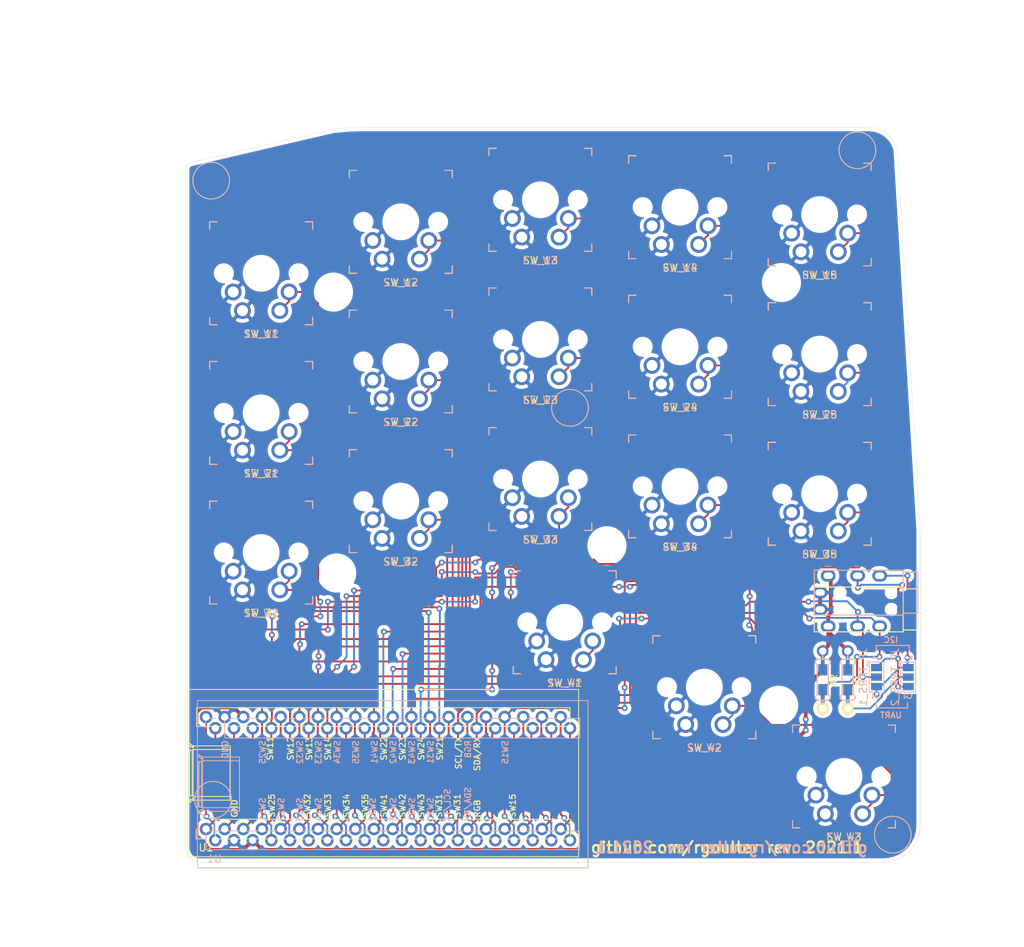
<source format=kicad_pcb>
(kicad_pcb (version 20171130) (host pcbnew "(5.1.8-0-10_14)")
  (title_block (title "Reversible Split Keyboard Half") (date 2021-02-21) (rev 2021.1) (company "Richard Goulter") (comment 3 "Smaller than 100mm x 100mm") (comment 4 "Switch footprints for MX-compatible switches."))
  (layers (0 F.Cu signal) (31 B.Cu signal) (34 B.Paste user) (35 F.Paste user) (36 B.SilkS user) (37 F.SilkS user) (38 B.Mask user) (39 F.Mask user) (44 Edge.Cuts user))
  (net 0 "")
  (net 1 /3V3)
  (net 2 /SCL_TX)
  (net 3 /SW11)
  (net 4 /SW12)
  (net 5 /SW13)
  (net 6 /SW14)
  (net 7 /SW15)
  (net 8 /SW21)
  (net 9 /SW22)
  (net 10 /SW23)
  (net 11 /SW24)
  (net 12 /SW25)
  (net 13 /SW31)
  (net 14 /SW32)
  (net 15 /SW33)
  (net 16 /SW34)
  (net 17 /SW35)
  (net 18 /SW41)
  (net 19 /SW42)
  (net 20 /SW43)
  (net 21 "Net-(U1-Pad5V)")
  (net 22 "Net-(U1-Pad25)")
  (net 23 "Net-(U1-Pad46)")
  (net 24 "Net-(U1-Pad3)")
  (net 25 "Net-(U1-Pad2)")
  (net 26 "Net-(U1-Pad47)")
  (net 27 "Net-(U1-Pad1)")
  (net 28 "Net-(U1-Pad48)")
  (net 29 /GND)
  (net 30 "Net-(U1-Pad5V_5V)")
  (net 31 /SDA_RX)
  (net 32 "Net-(U1-Pad26)")
  (net 33 "Net-(U1-Pad27)")
  (net 34 "Net-(U1-Pad20)")
  (net 35 "Net-(U1-Pad32)")
  (net 36 "Net-(U1-Pad33)")
  (net 37 "Net-(U1-Pad11)")
  (net 38 "Net-(U1-Pad45)")
  (net 39 /SCL_TX_r)
  (net 40 /SDA_RX_r)
  (net 41 "Net-(U1-Pad7)")
  (net 42 "Net-(U1-Pad10)")
  (module keyswitches:SW_MX_reversible (layer F.Cu) (at 148.3005 97.8615 180)
    (fp_text reference SW_33 (at 0 -8.255) (layer F.SilkS))
    (fp_text value SW_Push)
    (fp_text user %R (at 0 -8.255) (layer B.SilkS) (effects (justify mirror)))
    (pad "" np_thru_hole circle (at -5.08 0 180) (size 1.7018 1.7018) (drill 1.7018) (layers *.Cu *.Mask))
    (pad "" np_thru_hole circle (at 5.08 0 180) (size 1.7018 1.7018) (drill 1.7018) (layers *.Cu *.Mask))
    (pad 1 thru_hole circle (at -3.81 -2.54 180) (size 2.286 2.286) (drill 1.4986) (layers *.Cu *.Mask) (net 15 /SW33))
    (pad "" np_thru_hole circle (at 0 0 180) (size 3.9878 3.9878) (drill 3.9878) (layers *.Cu *.Mask))
    (pad 2 thru_hole circle (at 2.54 -5.08 180) (size 2.286 2.286) (drill 1.4986) (layers *.Cu *.Mask) (net 29 /GND))
    (pad 1 thru_hole circle (at -2.54 -5.08 180) (size 2.286 2.286) (drill 1.4986) (layers *.Cu *.Mask) (net 15 /SW33))
    (pad 2 thru_hole circle (at 3.81 -2.54 180) (size 2.286 2.286) (drill 1.4986) (layers *.Cu *.Mask) (net 29 /GND))
  )
  (module keyswitches:SW_MX_reversible (layer F.Cu) (at 189.607 138.329685 180)
    (fp_text reference SW_43 (at 0 -8.255) (layer F.SilkS))
    (fp_text value SW_Push)
    (fp_text user %R (at 0 -8.255) (layer B.SilkS) (effects (justify mirror)))
    (pad "" np_thru_hole circle (at -5.08 0 180) (size 1.7018 1.7018) (drill 1.7018) (layers *.Cu *.Mask))
    (pad "" np_thru_hole circle (at 5.08 0 180) (size 1.7018 1.7018) (drill 1.7018) (layers *.Cu *.Mask))
    (pad 1 thru_hole circle (at -3.81 -2.54 180) (size 2.286 2.286) (drill 1.4986) (layers *.Cu *.Mask) (net 20 /SW43))
    (pad "" np_thru_hole circle (at 0 0 180) (size 3.9878 3.9878) (drill 3.9878) (layers *.Cu *.Mask))
    (pad 2 thru_hole circle (at 2.54 -5.08 180) (size 2.286 2.286) (drill 1.4986) (layers *.Cu *.Mask) (net 29 /GND))
    (pad 1 thru_hole circle (at -2.54 -5.08 180) (size 2.286 2.286) (drill 1.4986) (layers *.Cu *.Mask) (net 20 /SW43))
    (pad 2 thru_hole circle (at 3.81 -2.54 180) (size 2.286 2.286) (drill 1.4986) (layers *.Cu *.Mask) (net 29 /GND))
  )
  (module keyswitches:SW_MX_reversible (layer F.Cu) (at 170.607 126.181906 180)
    (fp_text reference SW_42 (at 0 -8.255) (layer F.SilkS))
    (fp_text value SW_Push)
    (fp_text user %R (at 0 -8.255) (layer B.SilkS) (effects (justify mirror)))
    (pad "" np_thru_hole circle (at -5.08 0 180) (size 1.7018 1.7018) (drill 1.7018) (layers *.Cu *.Mask))
    (pad "" np_thru_hole circle (at 5.08 0 180) (size 1.7018 1.7018) (drill 1.7018) (layers *.Cu *.Mask))
    (pad 1 thru_hole circle (at -3.81 -2.54 180) (size 2.286 2.286) (drill 1.4986) (layers *.Cu *.Mask) (net 19 /SW42))
    (pad "" np_thru_hole circle (at 0 0 180) (size 3.9878 3.9878) (drill 3.9878) (layers *.Cu *.Mask))
    (pad 2 thru_hole circle (at 2.54 -5.08 180) (size 2.286 2.286) (drill 1.4986) (layers *.Cu *.Mask) (net 29 /GND))
    (pad 1 thru_hole circle (at -2.54 -5.08 180) (size 2.286 2.286) (drill 1.4986) (layers *.Cu *.Mask) (net 19 /SW42))
    (pad 2 thru_hole circle (at 3.81 -2.54 180) (size 2.286 2.286) (drill 1.4986) (layers *.Cu *.Mask) (net 29 /GND))
  )
  (module keyswitches:SW_MX_reversible (layer F.Cu) (at 151.607 117.3615 180)
    (fp_text reference SW_41 (at 0 -8.255) (layer F.SilkS))
    (fp_text value SW_Push)
    (fp_text user %R (at 0 -8.255) (layer B.SilkS) (effects (justify mirror)))
    (pad "" np_thru_hole circle (at -5.08 0 180) (size 1.7018 1.7018) (drill 1.7018) (layers *.Cu *.Mask))
    (pad "" np_thru_hole circle (at 5.08 0 180) (size 1.7018 1.7018) (drill 1.7018) (layers *.Cu *.Mask))
    (pad 1 thru_hole circle (at -3.81 -2.54 180) (size 2.286 2.286) (drill 1.4986) (layers *.Cu *.Mask) (net 18 /SW41))
    (pad "" np_thru_hole circle (at 0 0 180) (size 3.9878 3.9878) (drill 3.9878) (layers *.Cu *.Mask))
    (pad 2 thru_hole circle (at 2.54 -5.08 180) (size 2.286 2.286) (drill 1.4986) (layers *.Cu *.Mask) (net 29 /GND))
    (pad 1 thru_hole circle (at -2.54 -5.08 180) (size 2.286 2.286) (drill 1.4986) (layers *.Cu *.Mask) (net 18 /SW41))
    (pad 2 thru_hole circle (at 3.81 -2.54 180) (size 2.286 2.286) (drill 1.4986) (layers *.Cu *.Mask) (net 29 /GND))
  )
  (module keyswitches:SW_MX_reversible (layer F.Cu) (at 186.3005 99.8615 180)
    (fp_text reference SW_35 (at 0 -8.255) (layer F.SilkS))
    (fp_text value SW_Push)
    (fp_text user %R (at 0 -8.255) (layer B.SilkS) (effects (justify mirror)))
    (pad "" np_thru_hole circle (at -5.08 0 180) (size 1.7018 1.7018) (drill 1.7018) (layers *.Cu *.Mask))
    (pad "" np_thru_hole circle (at 5.08 0 180) (size 1.7018 1.7018) (drill 1.7018) (layers *.Cu *.Mask))
    (pad 1 thru_hole circle (at -3.81 -2.54 180) (size 2.286 2.286) (drill 1.4986) (layers *.Cu *.Mask) (net 17 /SW35))
    (pad "" np_thru_hole circle (at 0 0 180) (size 3.9878 3.9878) (drill 3.9878) (layers *.Cu *.Mask))
    (pad 2 thru_hole circle (at 2.54 -5.08 180) (size 2.286 2.286) (drill 1.4986) (layers *.Cu *.Mask) (net 29 /GND))
    (pad 1 thru_hole circle (at -2.54 -5.08 180) (size 2.286 2.286) (drill 1.4986) (layers *.Cu *.Mask) (net 17 /SW35))
    (pad 2 thru_hole circle (at 3.81 -2.54 180) (size 2.286 2.286) (drill 1.4986) (layers *.Cu *.Mask) (net 29 /GND))
  )
  (module keyswitches:SW_MX_reversible (layer F.Cu) (at 167.3005 98.8615 180)
    (fp_text reference SW_34 (at 0 -8.255) (layer F.SilkS))
    (fp_text value SW_Push)
    (fp_text user %R (at 0 -8.255) (layer B.SilkS) (effects (justify mirror)))
    (pad "" np_thru_hole circle (at -5.08 0 180) (size 1.7018 1.7018) (drill 1.7018) (layers *.Cu *.Mask))
    (pad "" np_thru_hole circle (at 5.08 0 180) (size 1.7018 1.7018) (drill 1.7018) (layers *.Cu *.Mask))
    (pad 1 thru_hole circle (at -3.81 -2.54 180) (size 2.286 2.286) (drill 1.4986) (layers *.Cu *.Mask) (net 16 /SW34))
    (pad "" np_thru_hole circle (at 0 0 180) (size 3.9878 3.9878) (drill 3.9878) (layers *.Cu *.Mask))
    (pad 2 thru_hole circle (at 2.54 -5.08 180) (size 2.286 2.286) (drill 1.4986) (layers *.Cu *.Mask) (net 29 /GND))
    (pad 1 thru_hole circle (at -2.54 -5.08 180) (size 2.286 2.286) (drill 1.4986) (layers *.Cu *.Mask) (net 16 /SW34))
    (pad 2 thru_hole circle (at 3.81 -2.54 180) (size 2.286 2.286) (drill 1.4986) (layers *.Cu *.Mask) (net 29 /GND))
  )
  (module keyswitches:SW_MX_reversible (layer F.Cu) (at 129.3005 100.8615 180)
    (fp_text reference SW_32 (at 0 -8.255) (layer F.SilkS))
    (fp_text value SW_Push)
    (fp_text user %R (at 0 -8.255) (layer B.SilkS) (effects (justify mirror)))
    (pad "" np_thru_hole circle (at -5.08 0 180) (size 1.7018 1.7018) (drill 1.7018) (layers *.Cu *.Mask))
    (pad "" np_thru_hole circle (at 5.08 0 180) (size 1.7018 1.7018) (drill 1.7018) (layers *.Cu *.Mask))
    (pad 1 thru_hole circle (at -3.81 -2.54 180) (size 2.286 2.286) (drill 1.4986) (layers *.Cu *.Mask) (net 14 /SW32))
    (pad "" np_thru_hole circle (at 0 0 180) (size 3.9878 3.9878) (drill 3.9878) (layers *.Cu *.Mask))
    (pad 2 thru_hole circle (at 2.54 -5.08 180) (size 2.286 2.286) (drill 1.4986) (layers *.Cu *.Mask) (net 29 /GND))
    (pad 1 thru_hole circle (at -2.54 -5.08 180) (size 2.286 2.286) (drill 1.4986) (layers *.Cu *.Mask) (net 14 /SW32))
    (pad 2 thru_hole circle (at 3.81 -2.54 180) (size 2.286 2.286) (drill 1.4986) (layers *.Cu *.Mask) (net 29 /GND))
  )
  (module keyswitches:SW_MX_reversible (layer F.Cu) (at 110.3005 107.8615 180)
    (fp_text reference SW_31 (at 0 -8.255) (layer F.SilkS))
    (fp_text value SW_Push)
    (fp_text user %R (at 0 -8.255) (layer B.SilkS) (effects (justify mirror)))
    (pad "" np_thru_hole circle (at -5.08 0 180) (size 1.7018 1.7018) (drill 1.7018) (layers *.Cu *.Mask))
    (pad "" np_thru_hole circle (at 5.08 0 180) (size 1.7018 1.7018) (drill 1.7018) (layers *.Cu *.Mask))
    (pad 1 thru_hole circle (at -3.81 -2.54 180) (size 2.286 2.286) (drill 1.4986) (layers *.Cu *.Mask) (net 13 /SW31))
    (pad "" np_thru_hole circle (at 0 0 180) (size 3.9878 3.9878) (drill 3.9878) (layers *.Cu *.Mask))
    (pad 2 thru_hole circle (at 2.54 -5.08 180) (size 2.286 2.286) (drill 1.4986) (layers *.Cu *.Mask) (net 29 /GND))
    (pad 1 thru_hole circle (at -2.54 -5.08 180) (size 2.286 2.286) (drill 1.4986) (layers *.Cu *.Mask) (net 13 /SW31))
    (pad 2 thru_hole circle (at 3.81 -2.54 180) (size 2.286 2.286) (drill 1.4986) (layers *.Cu *.Mask) (net 29 /GND))
  )
  (module keyswitches:SW_MX_reversible (layer F.Cu) (at 186.3005 80.8615 180)
    (fp_text reference SW_25 (at 0 -8.255) (layer F.SilkS))
    (fp_text value SW_Push)
    (fp_text user %R (at 0 -8.255) (layer B.SilkS) (effects (justify mirror)))
    (pad "" np_thru_hole circle (at -5.08 0 180) (size 1.7018 1.7018) (drill 1.7018) (layers *.Cu *.Mask))
    (pad "" np_thru_hole circle (at 5.08 0 180) (size 1.7018 1.7018) (drill 1.7018) (layers *.Cu *.Mask))
    (pad 1 thru_hole circle (at -3.81 -2.54 180) (size 2.286 2.286) (drill 1.4986) (layers *.Cu *.Mask) (net 12 /SW25))
    (pad "" np_thru_hole circle (at 0 0 180) (size 3.9878 3.9878) (drill 3.9878) (layers *.Cu *.Mask))
    (pad 2 thru_hole circle (at 2.54 -5.08 180) (size 2.286 2.286) (drill 1.4986) (layers *.Cu *.Mask) (net 29 /GND))
    (pad 1 thru_hole circle (at -2.54 -5.08 180) (size 2.286 2.286) (drill 1.4986) (layers *.Cu *.Mask) (net 12 /SW25))
    (pad 2 thru_hole circle (at 3.81 -2.54 180) (size 2.286 2.286) (drill 1.4986) (layers *.Cu *.Mask) (net 29 /GND))
  )
  (module keyswitches:SW_MX_reversible (layer F.Cu) (at 167.3005 79.8615 180)
    (fp_text reference SW_24 (at 0 -8.255) (layer F.SilkS))
    (fp_text value SW_Push)
    (fp_text user %R (at 0 -8.255) (layer B.SilkS) (effects (justify mirror)))
    (pad "" np_thru_hole circle (at -5.08 0 180) (size 1.7018 1.7018) (drill 1.7018) (layers *.Cu *.Mask))
    (pad "" np_thru_hole circle (at 5.08 0 180) (size 1.7018 1.7018) (drill 1.7018) (layers *.Cu *.Mask))
    (pad 1 thru_hole circle (at -3.81 -2.54 180) (size 2.286 2.286) (drill 1.4986) (layers *.Cu *.Mask) (net 11 /SW24))
    (pad "" np_thru_hole circle (at 0 0 180) (size 3.9878 3.9878) (drill 3.9878) (layers *.Cu *.Mask))
    (pad 2 thru_hole circle (at 2.54 -5.08 180) (size 2.286 2.286) (drill 1.4986) (layers *.Cu *.Mask) (net 29 /GND))
    (pad 1 thru_hole circle (at -2.54 -5.08 180) (size 2.286 2.286) (drill 1.4986) (layers *.Cu *.Mask) (net 11 /SW24))
    (pad 2 thru_hole circle (at 3.81 -2.54 180) (size 2.286 2.286) (drill 1.4986) (layers *.Cu *.Mask) (net 29 /GND))
  )
  (module keyswitches:SW_MX_reversible (layer F.Cu) (at 148.3005 78.8615 180)
    (fp_text reference SW_23 (at 0 -8.255) (layer F.SilkS))
    (fp_text value SW_Push)
    (fp_text user %R (at 0 -8.255) (layer B.SilkS) (effects (justify mirror)))
    (pad "" np_thru_hole circle (at -5.08 0 180) (size 1.7018 1.7018) (drill 1.7018) (layers *.Cu *.Mask))
    (pad "" np_thru_hole circle (at 5.08 0 180) (size 1.7018 1.7018) (drill 1.7018) (layers *.Cu *.Mask))
    (pad 1 thru_hole circle (at -3.81 -2.54 180) (size 2.286 2.286) (drill 1.4986) (layers *.Cu *.Mask) (net 10 /SW23))
    (pad "" np_thru_hole circle (at 0 0 180) (size 3.9878 3.9878) (drill 3.9878) (layers *.Cu *.Mask))
    (pad 2 thru_hole circle (at 2.54 -5.08 180) (size 2.286 2.286) (drill 1.4986) (layers *.Cu *.Mask) (net 29 /GND))
    (pad 1 thru_hole circle (at -2.54 -5.08 180) (size 2.286 2.286) (drill 1.4986) (layers *.Cu *.Mask) (net 10 /SW23))
    (pad 2 thru_hole circle (at 3.81 -2.54 180) (size 2.286 2.286) (drill 1.4986) (layers *.Cu *.Mask) (net 29 /GND))
  )
  (module keyswitches:SW_MX_reversible (layer F.Cu) (at 129.3005 81.8615 180)
    (fp_text reference SW_22 (at 0 -8.255) (layer F.SilkS))
    (fp_text value SW_Push)
    (fp_text user %R (at 0 -8.255) (layer B.SilkS) (effects (justify mirror)))
    (pad "" np_thru_hole circle (at -5.08 0 180) (size 1.7018 1.7018) (drill 1.7018) (layers *.Cu *.Mask))
    (pad "" np_thru_hole circle (at 5.08 0 180) (size 1.7018 1.7018) (drill 1.7018) (layers *.Cu *.Mask))
    (pad 1 thru_hole circle (at -3.81 -2.54 180) (size 2.286 2.286) (drill 1.4986) (layers *.Cu *.Mask) (net 9 /SW22))
    (pad "" np_thru_hole circle (at 0 0 180) (size 3.9878 3.9878) (drill 3.9878) (layers *.Cu *.Mask))
    (pad 2 thru_hole circle (at 2.54 -5.08 180) (size 2.286 2.286) (drill 1.4986) (layers *.Cu *.Mask) (net 29 /GND))
    (pad 1 thru_hole circle (at -2.54 -5.08 180) (size 2.286 2.286) (drill 1.4986) (layers *.Cu *.Mask) (net 9 /SW22))
    (pad 2 thru_hole circle (at 3.81 -2.54 180) (size 2.286 2.286) (drill 1.4986) (layers *.Cu *.Mask) (net 29 /GND))
  )
  (module keyswitches:SW_MX_reversible (layer F.Cu) (at 110.3005 88.8615 180)
    (fp_text reference SW_21 (at 0 -8.255) (layer F.SilkS))
    (fp_text value SW_Push)
    (fp_text user %R (at 0 -8.255) (layer B.SilkS) (effects (justify mirror)))
    (pad "" np_thru_hole circle (at -5.08 0 180) (size 1.7018 1.7018) (drill 1.7018) (layers *.Cu *.Mask))
    (pad "" np_thru_hole circle (at 5.08 0 180) (size 1.7018 1.7018) (drill 1.7018) (layers *.Cu *.Mask))
    (pad 1 thru_hole circle (at -3.81 -2.54 180) (size 2.286 2.286) (drill 1.4986) (layers *.Cu *.Mask) (net 8 /SW21))
    (pad "" np_thru_hole circle (at 0 0 180) (size 3.9878 3.9878) (drill 3.9878) (layers *.Cu *.Mask))
    (pad 2 thru_hole circle (at 2.54 -5.08 180) (size 2.286 2.286) (drill 1.4986) (layers *.Cu *.Mask) (net 29 /GND))
    (pad 1 thru_hole circle (at -2.54 -5.08 180) (size 2.286 2.286) (drill 1.4986) (layers *.Cu *.Mask) (net 8 /SW21))
    (pad 2 thru_hole circle (at 3.81 -2.54 180) (size 2.286 2.286) (drill 1.4986) (layers *.Cu *.Mask) (net 29 /GND))
  )
  (module keyswitches:SW_MX_reversible (layer F.Cu) (at 186.3005 61.8615 180)
    (fp_text reference SW_15 (at 0 -8.255) (layer F.SilkS))
    (fp_text value SW_Push)
    (fp_text user %R (at 0 -8.255) (layer B.SilkS) (effects (justify mirror)))
    (pad "" np_thru_hole circle (at -5.08 0 180) (size 1.7018 1.7018) (drill 1.7018) (layers *.Cu *.Mask))
    (pad "" np_thru_hole circle (at 5.08 0 180) (size 1.7018 1.7018) (drill 1.7018) (layers *.Cu *.Mask))
    (pad 1 thru_hole circle (at -3.81 -2.54 180) (size 2.286 2.286) (drill 1.4986) (layers *.Cu *.Mask) (net 7 /SW15))
    (pad "" np_thru_hole circle (at 0 0 180) (size 3.9878 3.9878) (drill 3.9878) (layers *.Cu *.Mask))
    (pad 2 thru_hole circle (at 2.54 -5.08 180) (size 2.286 2.286) (drill 1.4986) (layers *.Cu *.Mask) (net 29 /GND))
    (pad 1 thru_hole circle (at -2.54 -5.08 180) (size 2.286 2.286) (drill 1.4986) (layers *.Cu *.Mask) (net 7 /SW15))
    (pad 2 thru_hole circle (at 3.81 -2.54 180) (size 2.286 2.286) (drill 1.4986) (layers *.Cu *.Mask) (net 29 /GND))
  )
  (module keyswitches:SW_MX_reversible (layer F.Cu) (at 167.3005 60.8615 180)
    (fp_text reference SW_14 (at 0 -8.255) (layer F.SilkS))
    (fp_text value SW_Push)
    (fp_text user %R (at 0 -8.255) (layer B.SilkS) (effects (justify mirror)))
    (pad "" np_thru_hole circle (at -5.08 0 180) (size 1.7018 1.7018) (drill 1.7018) (layers *.Cu *.Mask))
    (pad "" np_thru_hole circle (at 5.08 0 180) (size 1.7018 1.7018) (drill 1.7018) (layers *.Cu *.Mask))
    (pad 1 thru_hole circle (at -3.81 -2.54 180) (size 2.286 2.286) (drill 1.4986) (layers *.Cu *.Mask) (net 6 /SW14))
    (pad "" np_thru_hole circle (at 0 0 180) (size 3.9878 3.9878) (drill 3.9878) (layers *.Cu *.Mask))
    (pad 2 thru_hole circle (at 2.54 -5.08 180) (size 2.286 2.286) (drill 1.4986) (layers *.Cu *.Mask) (net 29 /GND))
    (pad 1 thru_hole circle (at -2.54 -5.08 180) (size 2.286 2.286) (drill 1.4986) (layers *.Cu *.Mask) (net 6 /SW14))
    (pad 2 thru_hole circle (at 3.81 -2.54 180) (size 2.286 2.286) (drill 1.4986) (layers *.Cu *.Mask) (net 29 /GND))
  )
  (module keyswitches:SW_MX_reversible (layer F.Cu) (at 148.3005 59.8615 180)
    (fp_text reference SW_13 (at 0 -8.255) (layer F.SilkS))
    (fp_text value SW_Push)
    (fp_text user %R (at 0 -8.255) (layer B.SilkS) (effects (justify mirror)))
    (pad "" np_thru_hole circle (at -5.08 0 180) (size 1.7018 1.7018) (drill 1.7018) (layers *.Cu *.Mask))
    (pad "" np_thru_hole circle (at 5.08 0 180) (size 1.7018 1.7018) (drill 1.7018) (layers *.Cu *.Mask))
    (pad 1 thru_hole circle (at -3.81 -2.54 180) (size 2.286 2.286) (drill 1.4986) (layers *.Cu *.Mask) (net 5 /SW13))
    (pad "" np_thru_hole circle (at 0 0 180) (size 3.9878 3.9878) (drill 3.9878) (layers *.Cu *.Mask))
    (pad 2 thru_hole circle (at 2.54 -5.08 180) (size 2.286 2.286) (drill 1.4986) (layers *.Cu *.Mask) (net 29 /GND))
    (pad 1 thru_hole circle (at -2.54 -5.08 180) (size 2.286 2.286) (drill 1.4986) (layers *.Cu *.Mask) (net 5 /SW13))
    (pad 2 thru_hole circle (at 3.81 -2.54 180) (size 2.286 2.286) (drill 1.4986) (layers *.Cu *.Mask) (net 29 /GND))
  )
  (module keyswitches:SW_MX_reversible (layer F.Cu) (at 129.3005 62.8615 180)
    (fp_text reference SW_12 (at 0 -8.255) (layer F.SilkS))
    (fp_text value SW_Push)
    (fp_text user %R (at 0 -8.255) (layer B.SilkS) (effects (justify mirror)))
    (pad "" np_thru_hole circle (at -5.08 0 180) (size 1.7018 1.7018) (drill 1.7018) (layers *.Cu *.Mask))
    (pad "" np_thru_hole circle (at 5.08 0 180) (size 1.7018 1.7018) (drill 1.7018) (layers *.Cu *.Mask))
    (pad 1 thru_hole circle (at -3.81 -2.54 180) (size 2.286 2.286) (drill 1.4986) (layers *.Cu *.Mask) (net 4 /SW12))
    (pad "" np_thru_hole circle (at 0 0 180) (size 3.9878 3.9878) (drill 3.9878) (layers *.Cu *.Mask))
    (pad 2 thru_hole circle (at 2.54 -5.08 180) (size 2.286 2.286) (drill 1.4986) (layers *.Cu *.Mask) (net 29 /GND))
    (pad 1 thru_hole circle (at -2.54 -5.08 180) (size 2.286 2.286) (drill 1.4986) (layers *.Cu *.Mask) (net 4 /SW12))
    (pad 2 thru_hole circle (at 3.81 -2.54 180) (size 2.286 2.286) (drill 1.4986) (layers *.Cu *.Mask) (net 29 /GND))
  )
  (module keyswitches:SW_MX_reversible (layer F.Cu) (at 110.3005 69.8615 180)
    (fp_text reference SW_11 (at 0 -8.255) (layer F.SilkS))
    (fp_text value SW_Push)
    (fp_text user %R (at 0 -8.255) (layer B.SilkS) (effects (justify mirror)))
    (pad "" np_thru_hole circle (at -5.08 0 180) (size 1.7018 1.7018) (drill 1.7018) (layers *.Cu *.Mask))
    (pad "" np_thru_hole circle (at 5.08 0 180) (size 1.7018 1.7018) (drill 1.7018) (layers *.Cu *.Mask))
    (pad 1 thru_hole circle (at -3.81 -2.54 180) (size 2.286 2.286) (drill 1.4986) (layers *.Cu *.Mask) (net 3 /SW11))
    (pad "" np_thru_hole circle (at 0 0 180) (size 3.9878 3.9878) (drill 3.9878) (layers *.Cu *.Mask))
    (pad 2 thru_hole circle (at 2.54 -5.08 180) (size 2.286 2.286) (drill 1.4986) (layers *.Cu *.Mask) (net 29 /GND))
    (pad 1 thru_hole circle (at -2.54 -5.08 180) (size 2.286 2.286) (drill 1.4986) (layers *.Cu *.Mask) (net 3 /SW11))
    (pad 2 thru_hole circle (at 3.81 -2.54 180) (size 2.286 2.286) (drill 1.4986) (layers *.Cu *.Mask) (net 29 /GND))
  )
  (module ProjectLocal:WeAct_MiniF4_ZigZag (layer F.Cu) (at 102.794 145.484 90)
    (fp_text reference U1 (at -2.54 0) (layer F.SilkS))
    (fp_text value MiniF4 hide)
    (fp_text user %R (at -4.06146 1.14554) (layer B.SilkS) (effects (justify mirror)))
    (pad 5V thru_hole circle (at -1.52146 1.27254 270) (size 1.7 1.7) (drill 1) (layers *.Cu *.Mask) (net 21 "Net-(U1-Pad5V)"))
    (pad 25 thru_hole circle (at 13.71854 1.27254 270) (size 1.7 1.7) (drill 1) (layers *.Cu *.Mask) (net 22 "Net-(U1-Pad25)"))
    (pad 23 thru_hole circle (at -1.52146 3.81254 270) (size 1.7 1.7) (drill 1) (layers *.Cu *.Mask) (net 29 /GND))
    (pad 26 thru_hole circle (at 13.71854 3.81254 270) (size 1.7 1.7) (drill 1) (layers *.Cu *.Mask) (net 32 "Net-(U1-Pad26)"))
    (pad 24 thru_hole circle (at -1.52146 6.35254 270) (size 1.7 1.7) (drill 1) (layers *.Cu *.Mask) (net 1 /3V3))
    (pad 27 thru_hole circle (at 13.71854 6.35254 270) (size 1.7 1.7) (drill 1) (layers *.Cu *.Mask) (net 33 "Net-(U1-Pad27)"))
    (pad 21 thru_hole circle (at -1.52146 8.89254 270) (size 1.7 1.7) (drill 1) (layers *.Cu *.Mask) (net 12 /SW25))
    (pad 28 thru_hole circle (at 13.71854 8.89254 270) (size 1.7 1.7) (drill 1) (layers *.Cu *.Mask) (net 3 /SW11))
    (pad 20 thru_hole circle (at -1.52146 11.43254 270) (size 1.7 1.7) (drill 1) (layers *.Cu *.Mask) (net 34 "Net-(U1-Pad20)"))
    (pad 29 thru_hole circle (at 13.71854 11.43254 270) (size 1.7 1.7) (drill 1) (layers *.Cu *.Mask) (net 4 /SW12))
    (pad 19 thru_hole circle (at -1.52146 13.97254 270) (size 1.7 1.7) (drill 1) (layers *.Cu *.Mask) (net 14 /SW32))
    (pad 30 thru_hole circle (at 13.71854 13.97254 270) (size 1.7 1.7) (drill 1) (layers *.Cu *.Mask) (net 5 /SW13))
    (pad 18 thru_hole circle (at -1.52146 16.51254 270) (size 1.7 1.7) (drill 1) (layers *.Cu *.Mask) (net 15 /SW33))
    (pad 31 thru_hole circle (at 13.71854 16.51254 270) (size 1.7 1.7) (drill 1) (layers *.Cu *.Mask) (net 6 /SW14))
    (pad 17 thru_hole circle (at -1.52146 19.05254 270) (size 1.7 1.7) (drill 1) (layers *.Cu *.Mask) (net 16 /SW34))
    (pad 32 thru_hole circle (at 13.71854 19.05254 270) (size 1.7 1.7) (drill 1) (layers *.Cu *.Mask) (net 35 "Net-(U1-Pad32)"))
    (pad 16 thru_hole circle (at -1.52146 21.59254 270) (size 1.7 1.7) (drill 1) (layers *.Cu *.Mask) (net 17 /SW35))
    (pad 33 thru_hole circle (at 13.71854 21.59254 270) (size 1.7 1.7) (drill 1) (layers *.Cu *.Mask) (net 36 "Net-(U1-Pad33)"))
    (pad 15 thru_hole circle (at -1.52146 24.13254 270) (size 1.7 1.7) (drill 1) (layers *.Cu *.Mask) (net 18 /SW41))
    (pad 38 thru_hole circle (at 13.71854 24.13254 270) (size 1.7 1.7) (drill 1) (layers *.Cu *.Mask) (net 9 /SW22))
    (pad 14 thru_hole circle (at -1.52146 26.67254 270) (size 1.7 1.7) (drill 1) (layers *.Cu *.Mask) (net 19 /SW42))
    (pad 39 thru_hole circle (at 13.71854 26.67254 270) (size 1.7 1.7) (drill 1) (layers *.Cu *.Mask) (net 10 /SW23))
    (pad 13 thru_hole circle (at -1.52146 29.21254 270) (size 1.7 1.7) (drill 1) (layers *.Cu *.Mask) (net 20 /SW43))
    (pad 40 thru_hole circle (at 13.71854 29.21254 270) (size 1.7 1.7) (drill 1) (layers *.Cu *.Mask) (net 11 /SW24))
    (pad 12 thru_hole circle (at -1.52146 31.75254 270) (size 1.7 1.7) (drill 1) (layers *.Cu *.Mask) (net 13 /SW31))
    (pad 41 thru_hole circle (at 13.71854 31.75254 270) (size 1.7 1.7) (drill 1) (layers *.Cu *.Mask) (net 8 /SW21))
    (pad 11 thru_hole circle (at -1.52146 34.29254 270) (size 1.7 1.7) (drill 1) (layers *.Cu *.Mask) (net 37 "Net-(U1-Pad11)"))
    (pad 42 thru_hole circle (at 13.71854 34.29254 270) (size 1.7 1.7) (drill 1) (layers *.Cu *.Mask) (net 2 /SCL_TX))
    (pad 10 thru_hole circle (at -1.52146 36.83254 270) (size 1.7 1.7) (drill 1) (layers *.Cu *.Mask) (net 42 "Net-(U1-Pad10)"))
    (pad 43 thru_hole circle (at 13.71854 36.83254 270) (size 1.7 1.7) (drill 1) (layers *.Cu *.Mask) (net 31 /SDA_RX))
    (pad 7 thru_hole circle (at -1.52146 39.37254 270) (size 1.7 1.7) (drill 1) (layers *.Cu *.Mask) (net 41 "Net-(U1-Pad7)"))
    (pad 45 thru_hole circle (at 13.71854 39.37254 270) (size 1.7 1.7) (drill 1) (layers *.Cu *.Mask) (net 38 "Net-(U1-Pad45)"))
    (pad 4 thru_hole circle (at -1.52146 41.91254 270) (size 1.7 1.7) (drill 1) (layers *.Cu *.Mask) (net 7 /SW15))
    (pad 46 thru_hole circle (at 13.71854 41.91254 270) (size 1.7 1.7) (drill 1) (layers *.Cu *.Mask) (net 23 "Net-(U1-Pad46)"))
    (pad 3 thru_hole circle (at -1.52146 44.45254 270) (size 1.7 1.7) (drill 1) (layers *.Cu *.Mask) (net 24 "Net-(U1-Pad3)"))
    (pad 5V_5V thru_hole circle (at 13.71854 44.45254 270) (size 1.7 1.7) (drill 1) (layers *.Cu *.Mask) (net 30 "Net-(U1-Pad5V_5V)"))
    (pad 2 thru_hole circle (at -1.52146 46.99254 270) (size 1.7 1.7) (drill 1) (layers *.Cu *.Mask) (net 25 "Net-(U1-Pad2)"))
    (pad 47 thru_hole circle (at 13.71854 46.99254 270) (size 1.7 1.7) (drill 1) (layers *.Cu *.Mask) (net 26 "Net-(U1-Pad47)"))
    (pad 1 thru_hole circle (at -1.52146 49.53254 270) (size 1.7 1.7) (drill 1) (layers *.Cu *.Mask) (net 27 "Net-(U1-Pad1)"))
    (pad 48 thru_hole circle (at 13.71854 49.53254 270) (size 1.7 1.7) (drill 1) (layers *.Cu *.Mask) (net 28 "Net-(U1-Pad48)"))
    (pad 5V thru_hole circle (at 15.24 0 90) (size 1.7 1.7) (drill 1) (layers *.Cu *.Mask) (net 21 "Net-(U1-Pad5V)"))
    (pad 25 thru_hole circle (at 0 0 90) (size 1.7 1.7) (drill 1) (layers *.Cu *.Mask) (net 22 "Net-(U1-Pad25)"))
    (pad 23 thru_hole circle (at 15.24 2.54 90) (size 1.7 1.7) (drill 1) (layers *.Cu *.Mask) (net 29 /GND))
    (pad 26 thru_hole circle (at 0 2.54 90) (size 1.7 1.7) (drill 1) (layers *.Cu *.Mask) (net 32 "Net-(U1-Pad26)"))
    (pad 24 thru_hole circle (at 15.24 5.08 90) (size 1.7 1.7) (drill 1) (layers *.Cu *.Mask) (net 1 /3V3))
    (pad 27 thru_hole circle (at 0 5.08 90) (size 1.7 1.7) (drill 1) (layers *.Cu *.Mask) (net 33 "Net-(U1-Pad27)"))
    (pad 21 thru_hole circle (at 15.24 7.62 90) (size 1.7 1.7) (drill 1) (layers *.Cu *.Mask) (net 12 /SW25))
    (pad 28 thru_hole circle (at 0 7.62 90) (size 1.7 1.7) (drill 1) (layers *.Cu *.Mask) (net 3 /SW11))
    (pad 20 thru_hole circle (at 15.24 10.16 90) (size 1.7 1.7) (drill 1) (layers *.Cu *.Mask) (net 34 "Net-(U1-Pad20)"))
    (pad 29 thru_hole circle (at 0 10.16 90) (size 1.7 1.7) (drill 1) (layers *.Cu *.Mask) (net 4 /SW12))
    (pad 19 thru_hole circle (at 15.24 12.7 90) (size 1.7 1.7) (drill 1) (layers *.Cu *.Mask) (net 14 /SW32))
    (pad 30 thru_hole circle (at 0 12.7 90) (size 1.7 1.7) (drill 1) (layers *.Cu *.Mask) (net 5 /SW13))
    (pad 18 thru_hole circle (at 15.24 15.24 90) (size 1.7 1.7) (drill 1) (layers *.Cu *.Mask) (net 15 /SW33))
    (pad 31 thru_hole circle (at 0 15.24 90) (size 1.7 1.7) (drill 1) (layers *.Cu *.Mask) (net 6 /SW14))
    (pad 17 thru_hole circle (at 15.24 17.78 90) (size 1.7 1.7) (drill 1) (layers *.Cu *.Mask) (net 16 /SW34))
    (pad 32 thru_hole circle (at 0 17.78 90) (size 1.7 1.7) (drill 1) (layers *.Cu *.Mask) (net 35 "Net-(U1-Pad32)"))
    (pad 16 thru_hole circle (at 15.24 20.32 90) (size 1.7 1.7) (drill 1) (layers *.Cu *.Mask) (net 17 /SW35))
    (pad 33 thru_hole circle (at 0 20.32 90) (size 1.7 1.7) (drill 1) (layers *.Cu *.Mask) (net 36 "Net-(U1-Pad33)"))
    (pad 15 thru_hole circle (at 15.24 22.86 90) (size 1.7 1.7) (drill 1) (layers *.Cu *.Mask) (net 18 /SW41))
    (pad 38 thru_hole circle (at 0 22.86 90) (size 1.7 1.7) (drill 1) (layers *.Cu *.Mask) (net 9 /SW22))
    (pad 14 thru_hole circle (at 15.24 25.4 90) (size 1.7 1.7) (drill 1) (layers *.Cu *.Mask) (net 19 /SW42))
    (pad 39 thru_hole circle (at 0 25.4 90) (size 1.7 1.7) (drill 1) (layers *.Cu *.Mask) (net 10 /SW23))
    (pad 13 thru_hole circle (at 15.24 27.94 90) (size 1.7 1.7) (drill 1) (layers *.Cu *.Mask) (net 20 /SW43))
    (pad 40 thru_hole circle (at 0 27.94 90) (size 1.7 1.7) (drill 1) (layers *.Cu *.Mask) (net 11 /SW24))
    (pad 12 thru_hole circle (at 15.24 30.48 90) (size 1.7 1.7) (drill 1) (layers *.Cu *.Mask) (net 13 /SW31))
    (pad 41 thru_hole circle (at 0 30.48 90) (size 1.7 1.7) (drill 1) (layers *.Cu *.Mask) (net 8 /SW21))
    (pad 11 thru_hole circle (at 15.24 33.02 90) (size 1.7 1.7) (drill 1) (layers *.Cu *.Mask) (net 37 "Net-(U1-Pad11)"))
    (pad 42 thru_hole circle (at 0 33.02 90) (size 1.7 1.7) (drill 1) (layers *.Cu *.Mask) (net 2 /SCL_TX))
    (pad 10 thru_hole circle (at 15.24 35.56 90) (size 1.7 1.7) (drill 1) (layers *.Cu *.Mask) (net 42 "Net-(U1-Pad10)"))
    (pad 43 thru_hole circle (at 0 35.56 90) (size 1.7 1.7) (drill 1) (layers *.Cu *.Mask) (net 31 /SDA_RX))
    (pad 7 thru_hole circle (at 15.24 38.1 90) (size 1.7 1.7) (drill 1) (layers *.Cu *.Mask) (net 41 "Net-(U1-Pad7)"))
    (pad 45 thru_hole circle (at 0 38.1 90) (size 1.7 1.7) (drill 1) (layers *.Cu *.Mask) (net 38 "Net-(U1-Pad45)"))
    (pad 4 thru_hole circle (at 15.24 40.64 90) (size 1.7 1.7) (drill 1) (layers *.Cu *.Mask) (net 7 /SW15))
    (pad 46 thru_hole circle (at 0 40.64 90) (size 1.7 1.7) (drill 1) (layers *.Cu *.Mask) (net 23 "Net-(U1-Pad46)"))
    (pad 3 thru_hole circle (at 15.24 43.18 90) (size 1.7 1.7) (drill 1) (layers *.Cu *.Mask) (net 24 "Net-(U1-Pad3)"))
    (pad 5V_5V thru_hole circle (at 0 43.18 90) (size 1.7 1.7) (drill 1) (layers *.Cu *.Mask) (net 30 "Net-(U1-Pad5V_5V)"))
    (pad 2 thru_hole circle (at 15.24 45.72 90) (size 1.7 1.7) (drill 1) (layers *.Cu *.Mask) (net 25 "Net-(U1-Pad2)"))
    (pad 47 thru_hole circle (at 0 45.72 90) (size 1.7 1.7) (drill 1) (layers *.Cu *.Mask) (net 26 "Net-(U1-Pad47)"))
    (pad 1 thru_hole circle (at 15.24 48.26 90) (size 1.7 1.7) (drill 1) (layers *.Cu *.Mask) (net 27 "Net-(U1-Pad1)"))
    (pad 48 thru_hole circle (at 0 48.26 90) (size 1.7 1.7) (drill 1) (layers *.Cu *.Mask) (net 28 "Net-(U1-Pad48)"))
  )
  (module ProjectLocal:Resistor-Hybrid (layer F.Cu) (at 186.721 125.171 90)
    (fp_text reference R2 (at -0.0254 1.5 90) (layer F.SilkS) (effects (font (size 0.8 0.8))))
    (fp_text value "2.2k - 10k" hide)
    (pad 1 smd rect (at 2.5 0 90) (size 2.9 0.5) (layers F.Cu) (net 1 /3V3))
    (pad 2 smd rect (at -2.5 0 90) (size 2.9 0.5) (layers F.Cu) (net 2 /SCL_TX))
    (pad 1 thru_hole circle (at 3.9 0 90) (size 1.6 1.6) (drill 1) (layers *.Cu *.Mask) (net 1 /3V3))
    (pad 2 thru_hole circle (at -3.9 0 90) (size 1.6 1.6) (drill 1) (layers *.Cu *.Mask F.SilkS) (net 2 /SCL_TX))
    (pad 2 smd rect (at -1.35 0 90) (size 1.5 1.2) (layers F.Cu F.Paste F.Mask) (net 2 /SCL_TX))
    (pad 1 smd rect (at 1.35 0 90) (size 1.5 1.2) (layers F.Cu F.Paste F.Mask) (net 1 /3V3))
    (pad 1 smd rect (at 2.5 0 90) (size 2.9 0.5) (layers B.Cu) (net 1 /3V3))
    (pad 1 smd rect (at 1.35 0 90) (size 1.5 1.2) (layers B.Cu B.Paste B.Mask) (net 1 /3V3))
    (pad 2 smd rect (at -1.35 0 90) (size 1.5 1.2) (layers B.Cu B.Paste B.Mask) (net 2 /SCL_TX))
    (pad 2 smd rect (at -2.5 0 90) (size 2.9 0.5) (layers B.Cu) (net 2 /SCL_TX))
  )
  (module ProjectLocal:Resistor-Hybrid (layer F.Cu) (at 190.119 125.171 90)
    (fp_text reference R1 (at -0.0254 1.5 90) (layer F.SilkS) (effects (font (size 0.8 0.8))))
    (fp_text value "2.2k - 10k" hide)
    (pad 1 smd rect (at 2.5 0 90) (size 2.9 0.5) (layers F.Cu) (net 1 /3V3))
    (pad 2 smd rect (at -2.5 0 90) (size 2.9 0.5) (layers F.Cu) (net 31 /SDA_RX))
    (pad 1 thru_hole circle (at 3.9 0 90) (size 1.6 1.6) (drill 1) (layers *.Cu *.Mask) (net 1 /3V3))
    (pad 2 thru_hole circle (at -3.9 0 90) (size 1.6 1.6) (drill 1) (layers *.Cu *.Mask F.SilkS) (net 31 /SDA_RX))
    (pad 2 smd rect (at -1.35 0 90) (size 1.5 1.2) (layers F.Cu F.Paste F.Mask) (net 31 /SDA_RX))
    (pad 1 smd rect (at 1.35 0 90) (size 1.5 1.2) (layers F.Cu F.Paste F.Mask) (net 1 /3V3))
    (pad 1 smd rect (at 2.5 0 90) (size 2.9 0.5) (layers B.Cu) (net 1 /3V3))
    (pad 1 smd rect (at 1.35 0 90) (size 1.5 1.2) (layers B.Cu B.Paste B.Mask) (net 1 /3V3))
    (pad 2 smd rect (at -1.35 0 90) (size 1.5 1.2) (layers B.Cu B.Paste B.Mask) (net 31 /SDA_RX))
    (pad 2 smd rect (at -2.5 0 90) (size 2.9 0.5) (layers B.Cu) (net 31 /SDA_RX))
  )
  (module ProjectLocal:H_M2_Spacer_Hole (layer F.Cu) (at 157.353 106.934)
    (fp_text reference H10 hide)
    (fp_text value MountingHole)
    (pad "" np_thru_hole circle (at 0 0) (size 4.3 4.3) (drill 4.3) (layers *.Cu *.Mask))
  )
  (module ProjectLocal:H_M2_Spacer_Hole (layer F.Cu) (at 180.721 128.651)
    (fp_text reference H9 hide)
    (fp_text value MountingHole)
    (pad "" np_thru_hole circle (at 0 0) (size 4.3 4.3) (drill 4.3) (layers *.Cu *.Mask))
  )
  (module ProjectLocal:H_M2_Spacer_Hole (layer F.Cu) (at 120.574 110.648)
    (fp_text reference H8 hide)
    (fp_text value MountingHole)
    (pad "" np_thru_hole circle (at 0 0) (size 4.3 4.3) (drill 4.3) (layers *.Cu *.Mask))
  )
  (module ProjectLocal:H_M2_Spacer_Hole (layer F.Cu) (at 181.102 71.12)
    (fp_text reference H7 hide)
    (fp_text value MountingHole)
    (pad "" np_thru_hole circle (at 0 0) (size 4.3 4.3) (drill 4.3) (layers *.Cu *.Mask))
  )
  (module ProjectLocal:H_M2_Spacer_Hole (layer F.Cu) (at 120.142 72.421)
    (fp_text reference H6 hide)
    (fp_text value MountingHole)
    (pad "" np_thru_hole circle (at 0 0) (size 4.3 4.3) (drill 4.3) (layers *.Cu *.Mask))
  )
  (module ProjectLocal:Bumpon_3M_F0502 (layer F.Cu) (at 196.25 146.25)
    (fp_text reference H5 hide)
    (fp_text value MountingHole)
  )
  (module ProjectLocal:Bumpon_3M_F0502 (layer F.Cu) (at 152.324 88.169)
    (fp_text reference H4 hide)
    (fp_text value MountingHole)
  )
  (module ProjectLocal:Bumpon_3M_F0502 (layer F.Cu) (at 191.44 53.117)
    (fp_text reference H3 hide)
    (fp_text value MountingHole)
  )
  (module ProjectLocal:Bumpon_3M_F0502 (layer F.Cu) (at 103.75 141.5)
    (fp_text reference H2 hide)
    (fp_text value MountingHole)
  )
  (module ProjectLocal:Bumpon_3M_F0502 (layer F.Cu) (at 103.5 57.25)
    (fp_text reference H1 hide)
    (fp_text value MountingHole)
  )
  (module Keebio-Parts:TRRS-PJ-320A (layer B.Cu) (at 197.663 113.315 90)
    (fp_text reference J_r_1)
    (fp_text value TRRS)
    (pad 1 thru_hole oval (at -2.3 -11.3 90) (size 1.6 2) (drill oval 0.9 1.3) (layers *.Cu *.Mask) (net 29 /GND))
    (pad 2 thru_hole oval (at 2.3 -10.2 90) (size 1.6 2) (drill oval 0.9 1.3) (layers *.Cu *.Mask) (net 1 /3V3))
    (pad 4 thru_hole oval (at 2.3 -3.2 90) (size 1.6 2) (drill oval 0.9 1.3) (layers *.Cu *.Mask) (net 40 /SDA_RX_r))
    (pad "" np_thru_hole circle (at 0 -8.6 90) (size 0.8 0.8) (drill 0.8) (layers *.Cu *.Mask))
    (pad "" np_thru_hole circle (at 0 -1.6 90) (size 0.8 0.8) (drill 0.8) (layers *.Cu *.Mask))
    (pad 3 thru_hole oval (at 2.3 -6.2 90) (size 1.6 2) (drill oval 0.9 1.3) (layers *.Cu *.Mask) (net 39 /SCL_TX_r))
  )
  (module Keebio-Parts:TRRS-PJ-320A (layer F.Cu) (at 197.663 115.601 270)
    (fp_text reference J1)
    (fp_text value TRRS)
    (pad 1 thru_hole oval (at -2.3 11.3 270) (size 1.6 2) (drill oval 0.9 1.3) (layers *.Cu *.Mask) (net 29 /GND))
    (pad 2 thru_hole oval (at 2.3 10.2 270) (size 1.6 2) (drill oval 0.9 1.3) (layers *.Cu *.Mask) (net 1 /3V3))
    (pad 4 thru_hole oval (at 2.3 3.2 270) (size 1.6 2) (drill oval 0.9 1.3) (layers *.Cu *.Mask) (net 31 /SDA_RX))
    (pad "" np_thru_hole circle (at 0 8.6 270) (size 0.8 0.8) (drill 0.8) (layers *.Cu *.Mask))
    (pad "" np_thru_hole circle (at 0 1.6 270) (size 0.8 0.8) (drill 0.8) (layers *.Cu *.Mask))
    (pad 3 thru_hole oval (at 2.3 6.2 270) (size 1.6 2) (drill oval 0.9 1.3) (layers *.Cu *.Mask) (net 2 /SCL_TX))
  )
  (module Jumper:SolderJumper-3_P1.3mm_Open_Pad1.0x1.5mm_NumberLabels (layer B.Cu) (at 198.3615 124.8085 270)
    (fp_text reference JP_TRRS_2 (at 0 1.8 270) (layer B.SilkS) (effects (justify mirror)))
    (fp_text value SolderJumper_3_Open)
    (fp_text user 1 (at -2.6 0 270) (layer B.SilkS) (effects (justify mirror)))
    (fp_text user 3 (at 2.6 0 270) (layer B.SilkS) (effects (justify mirror)))
    (pad 1 smd rect (at -1.3 0 270) (size 1 1.5) (layers B.Cu B.Mask) (net 40 /SDA_RX_r))
    (pad 2 smd rect (at 0 0 270) (size 1 1.5) (layers B.Cu B.Mask) (net 31 /SDA_RX))
    (pad 3 smd rect (at 1.3 0 270) (size 1 1.5) (layers B.Cu B.Mask) (net 39 /SCL_TX_r))
  )
  (module Jumper:SolderJumper-3_P1.3mm_Open_Pad1.0x1.5mm_NumberLabels (layer B.Cu) (at 194.0435 124.8085 270)
    (fp_text reference JP_TRRS_1 (at 0 1.8 270) (layer B.SilkS) (effects (justify mirror)))
    (fp_text value SolderJumper_3_Open)
    (fp_text user 1 (at -2.6 0 270) (layer B.SilkS) (effects (justify mirror)))
    (fp_text user 3 (at 2.6 0 270) (layer B.SilkS) (effects (justify mirror)))
    (pad 1 smd rect (at -1.3 0 270) (size 1 1.5) (layers B.Cu B.Mask) (net 39 /SCL_TX_r))
    (pad 2 smd rect (at 0 0 270) (size 1 1.5) (layers B.Cu B.Mask) (net 2 /SCL_TX))
    (pad 3 smd rect (at 1.3 0 270) (size 1 1.5) (layers B.Cu B.Mask) (net 40 /SDA_RX_r))
  )
  (gr_text SDA/RX (at 138.43 144.51 90) (layer B.SilkS) (effects (font (size 0.8 0.8)) (justify right mirror)))
  (gr_text SCL/TX (at 135.636 144.51 90) (layer B.SilkS) (effects (font (size 0.8 0.8)) (justify right mirror)))
  (gr_text SW21 (at 133.35 144.51 90) (layer B.SilkS) (effects (font (size 0.8 0.8)) (justify right mirror)))
  (gr_text SW24 (at 130.81 144.51 90) (layer B.SilkS) (effects (font (size 0.8 0.8)) (justify right mirror)))
  (gr_text SW23 (at 128.27 144.51 90) (layer B.SilkS) (effects (font (size 0.8 0.8)) (justify right mirror)))
  (gr_text SW22 (at 125.476 144.51 90) (layer B.SilkS) (effects (font (size 0.8 0.8)) (justify right mirror)))
  (gr_text SW14 (at 118.11 144.51 90) (layer B.SilkS) (effects (font (size 0.8 0.8)) (justify right mirror)))
  (gr_text SW13 (at 115.57 144.51 90) (layer B.SilkS) (effects (font (size 0.8 0.8)) (justify right mirror)))
  (gr_text SW12 (at 113.03 144.51 90) (layer B.SilkS) (effects (font (size 0.8 0.8)) (justify right mirror)))
  (gr_text SW11 (at 110.49 144.51 90) (layer B.SilkS) (effects (font (size 0.8 0.8)) (justify right mirror)))
  (gr_text SW15 (at 143.51 133.334 90) (layer B.SilkS) (effects (font (size 0.8 0.8)) (justify left mirror)))
  (gr_text RGB (at 138.43 133.334 90) (layer B.SilkS) (effects (font (size 0.8 0.8)) (justify left mirror)))
  (gr_text SW31 (at 133.35 133.334 90) (layer B.SilkS) (effects (font (size 0.8 0.8)) (justify left mirror)))
  (gr_text SW43 (at 130.81 133.334 90) (layer B.SilkS) (effects (font (size 0.8 0.8)) (justify left mirror)))
  (gr_text SW42 (at 128.27 133.334 90) (layer B.SilkS) (effects (font (size 0.8 0.8)) (justify left mirror)))
  (gr_text SW41 (at 125.73 133.334 90) (layer B.SilkS) (effects (font (size 0.8 0.8)) (justify left mirror)))
  (gr_text SW35 (at 123.19 133.334 90) (layer B.SilkS) (effects (font (size 0.8 0.8)) (justify left mirror)))
  (gr_text SW34 (at 120.65 133.334 90) (layer B.SilkS) (effects (font (size 0.8 0.8)) (justify left mirror)))
  (gr_text SW33 (at 118.11 133.334 90) (layer B.SilkS) (effects (font (size 0.8 0.8)) (justify left mirror)))
  (gr_text SW32 (at 115.57 133.334 90) (layer B.SilkS) (effects (font (size 0.8 0.8)) (justify left mirror)))
  (gr_text GND (at 105.41 133.334 90) (layer B.SilkS) (effects (font (size 0.8 0.8)) (justify left mirror)))
  (gr_text SW25 (at 110.49 133.334 90) (layer B.SilkS) (effects (font (size 0.8 0.8)) (justify left mirror)))
  (gr_text GND (at 106.68 144.002 90) (layer F.SilkS) (effects (font (size 0.8 0.8)) (justify left)))
  (gr_text SW11 (at 111.506 132.826 90) (layer F.SilkS) (effects (font (size 0.8 0.8)) (justify right)))
  (gr_text SW12 (at 114.3 132.826 90) (layer F.SilkS) (effects (font (size 0.8 0.8)) (justify right)))
  (gr_text SW13 (at 116.84 132.826 90) (layer F.SilkS) (effects (font (size 0.8 0.8)) (justify right)))
  (gr_text SW14 (at 119.38 132.826 90) (layer F.SilkS) (effects (font (size 0.8 0.8)) (justify right)))
  (gr_text SW22 (at 127 132.826 90) (layer F.SilkS) (effects (font (size 0.8 0.8)) (justify right)))
  (gr_text SW23 (at 129.54 132.826 90) (layer F.SilkS) (effects (font (size 0.8 0.8)) (justify right)))
  (gr_text SW24 (at 132.08 132.826 90) (layer F.SilkS) (effects (font (size 0.8 0.8)) (justify right)))
  (gr_text SW21 (at 134.62 132.826 90) (layer F.SilkS) (effects (font (size 0.8 0.8)) (justify right)))
  (gr_text SDA/RX (at 139.7 132.826 90) (layer F.SilkS) (effects (font (size 0.8 0.8)) (justify right)))
  (gr_text SCL/TX (at 137.16 132.826 90) (layer F.SilkS) (effects (font (size 0.8 0.8)) (justify right)))
  (gr_text SW15 (at 144.526 144.002 90) (layer F.SilkS) (effects (font (size 0.8 0.8)) (justify left)))
  (gr_text RGB (at 139.7 144.002 90) (layer F.SilkS) (effects (font (size 0.8 0.8)) (justify left)))
  (gr_text SW31 (at 137 144.002 90) (layer F.SilkS) (effects (font (size 0.8 0.8)) (justify left)))
  (gr_text SW31 (at 134.5 144.002 90) (layer F.SilkS) (effects (font (size 0.8 0.8)) (justify left)))
  (gr_text SW43 (at 132.08 144.002 90) (layer F.SilkS) (effects (font (size 0.8 0.8)) (justify left)))
  (gr_text SW42 (at 129.54 144.002 90) (layer F.SilkS) (effects (font (size 0.8 0.8)) (justify left)))
  (gr_text SW41 (at 127 144.002 90) (layer F.SilkS) (effects (font (size 0.8 0.8)) (justify left)))
  (gr_text "github.com/rgoulter rev. 2021.1" (at 193 148) (layer B.SilkS) (effects (font (size 1.5 1.5) (thickness 0.3)) (justify left mirror)))
  (gr_text SW35 (at 124.46 144.002 90) (layer F.SilkS) (effects (font (size 0.8 0.8)) (justify left)))
  (gr_text SW34 (at 121.92 144.002 90) (layer F.SilkS) (effects (font (size 0.8 0.8)) (justify left)))
  (gr_text SW33 (at 119.38 144.002 90) (layer F.SilkS) (effects (font (size 0.8 0.8)) (justify left)))
  (gr_text SW32 (at 116.586 144.002 90) (layer F.SilkS) (effects (font (size 0.8 0.8)) (justify left)))
  (gr_text SW25 (at 111.75 144.002 90) (layer F.SilkS) (effects (font (size 0.8 0.8)) (justify left)))
  (gr_line (start 194 129) (end 194 128.25) (layer B.SilkS) (width 0.1524))
  (gr_line (start 198.25 129) (end 198.25 128.25) (layer B.SilkS) (width 0.1524))
  (gr_line (start 198.5 120.5) (end 198.5 121.25) (layer B.SilkS) (width 0.1524))
  (gr_line (start 194 120.5) (end 194 121.25) (layer B.SilkS) (width 0.1524))
  (gr_line (start 194 129) (end 198.25 129) (layer B.SilkS) (width 0.1524))
  (gr_line (start 194 120.5) (end 198.5 120.5) (layer B.SilkS) (width 0.1524))
  (gr_text I2C (at 196 119.75) (layer B.SilkS) (effects (font (size 0.8 0.8) (thickness 0.16)) (justify mirror)))
  (gr_text UART (at 196 130) (layer B.SilkS) (effects (font (size 0.8 0.8) (thickness 0.16)) (justify mirror)))
  (gr_arc (start 193 54) (end 193 50) (angle 75) (layer Edge.Cuts) (width 0.0381))
  (gr_line (start 200 105) (end 196.863703 52.964724) (layer Edge.Cuts) (width 0.0381))
  (gr_line (start 100.756959 54.75) (end 120.035088 50.263163) (layer Edge.Cuts) (width 0.0381))
  (gr_arc (start 101 55.725147) (end 100 55.625246) (angle 70.3) (layer Edge.Cuts) (width 0.0381))
  (gr_arc (start 124 80) (end 124 50) (angle -7.594643369) (layer Edge.Cuts) (width 0.0381))
  (gr_arc (start 102 148) (end 100 148) (angle -90) (layer Edge.Cuts) (width 0.0381))
  (gr_arc (start 195 145) (end 195 150) (angle -90) (layer Edge.Cuts) (width 0.05))
  (gr_line (start 124 50) (end 193 50) (layer Edge.Cuts) (width 0.05))
  (gr_line (start 100 148) (end 100 55.625246) (layer Edge.Cuts) (width 0.05))
  (gr_line (start 102 150) (end 195 150) (layer Edge.Cuts) (width 0.05))
  (gr_text "github.com/rgoulter rev. 2021.1" (at 155 148) (layer F.SilkS) (effects (font (size 1.5 1.5) (thickness 0.3)) (justify left)))
  (gr_line (start 200 105) (end 200 145) (layer Edge.Cuts) (width 0.05))
  (segment (start 108.077 130.041) (end 107.874 130.244) (width 0.5) (layer F.Cu) (net 1))
  (segment (start 187.81301 116.132771) (end 187.81301 111.36501) (width 0.5) (layer F.Cu) (net 1))
  (segment (start 187.463 116.482781) (end 187.81301 116.132771) (width 0.5) (layer F.Cu) (net 1))
  (segment (start 187.81301 111.36501) (end 187.463 111.015) (width 0.5) (layer F.Cu) (net 1))
  (segment (start 187.463 117.901) (end 187.463 116.482781) (width 0.5) (layer F.Cu) (net 1))
  (segment (start 187.463 117.901) (end 187.638 117.901) (width 0.5) (layer F.Cu) (net 1))
  (segment (start 187.463 120.529) (end 186.721 121.271) (width 0.5) (layer F.Cu) (net 1))
  (segment (start 187.463 117.901) (end 187.463 120.529) (width 0.5) (layer F.Cu) (net 1))
  (segment (start 187.463 118.615) (end 190.119 121.271) (width 0.5) (layer F.Cu) (net 1))
  (segment (start 187.463 117.901) (end 187.463 118.615) (width 0.5) (layer F.Cu) (net 1))
  (segment (start 106.573999 128.943999) (end 107.874 130.244) (width 0.5) (layer F.Cu) (net 1))
  (segment (start 101.493999 129.619999) (end 102.169999 128.943999) (width 0.5) (layer F.Cu) (net 1))
  (segment (start 101.493999 146.356921) (end 101.493999 129.619999) (width 0.5) (layer F.Cu) (net 1))
  (segment (start 102.169999 128.943999) (end 106.573999 128.943999) (width 0.5) (layer F.Cu) (net 1))
  (segment (start 103.442539 148.305461) (end 101.493999 146.356921) (width 0.5) (layer F.Cu) (net 1))
  (segment (start 107.846539 148.305461) (end 103.442539 148.305461) (width 0.5) (layer F.Cu) (net 1))
  (segment (start 109.14654 147.00546) (end 107.846539 148.305461) (width 0.5) (layer F.Cu) (net 1))
  (via (at 184.404 132.043) (size 0.8) (drill 0.4) (layers F.Cu B.Cu) (net 1))
  (segment (start 168.141539 148.305461) (end 184.404 132.043) (width 0.5) (layer F.Cu) (net 1))
  (segment (start 110.446541 148.305461) (end 168.141539 148.305461) (width 0.5) (layer F.Cu) (net 1))
  (segment (start 109.14654 147.00546) (end 110.446541 148.305461) (width 0.5) (layer F.Cu) (net 1))
  (via (at 184.404 130.556) (size 0.8) (drill 0.4) (layers F.Cu B.Cu) (net 1))
  (segment (start 184.404 132.043) (end 184.404 130.556) (width 0.5) (layer B.Cu) (net 1))
  (segment (start 184.404 126.138) (end 186.721 123.821) (width 0.5) (layer F.Cu) (net 1))
  (segment (start 184.404 130.556) (end 184.404 126.138) (width 0.5) (layer F.Cu) (net 1))
  (segment (start 187.796001 125.445999) (end 186.721 126.521) (width 0.25) (layer B.Cu) (net 2))
  (segment (start 190.406502 125.445999) (end 187.796001 125.445999) (width 0.25) (layer B.Cu) (net 2))
  (segment (start 191.044001 124.8085) (end 190.406502 125.445999) (width 0.25) (layer B.Cu) (net 2))
  (segment (start 192.1835 118.6215) (end 192.1835 124.8085) (width 0.25) (layer F.Cu) (net 2))
  (segment (start 191.463 117.901) (end 192.1835 118.6215) (width 0.25) (layer F.Cu) (net 2))
  (segment (start 192.1835 124.8085) (end 191.044001 124.8085) (width 0.25) (layer B.Cu) (net 2))
  (via (at 192.1835 124.8085) (size 0.8) (drill 0.4) (layers F.Cu B.Cu) (net 2))
  (segment (start 194.0435 124.8085) (end 192.1835 124.8085) (width 0.25) (layer B.Cu) (net 2))
  (via (at 191.516 115.951) (size 0.8) (drill 0.4) (layers F.Cu B.Cu) (net 2))
  (segment (start 191.463 116.004) (end 191.516 115.951) (width 0.25) (layer F.Cu) (net 2))
  (segment (start 191.463 117.901) (end 191.463 116.004) (width 0.25) (layer F.Cu) (net 2))
  (via (at 184.785 114.554) (size 0.8) (drill 0.4) (layers F.Cu B.Cu) (net 2))
  (segment (start 184.84901 114.48999) (end 184.785 114.554) (width 0.25) (layer B.Cu) (net 2))
  (segment (start 190.05499 114.48999) (end 184.84901 114.48999) (width 0.25) (layer B.Cu) (net 2))
  (segment (start 191.516 115.951) (end 190.05499 114.48999) (width 0.25) (layer B.Cu) (net 2))
  (segment (start 135.636 145.306) (end 135.814 145.484) (width 0.25) (layer F.Cu) (net 2))
  (segment (start 137.08654 144.21146) (end 135.814 145.484) (width 0.25) (layer F.Cu) (net 2))
  (segment (start 137.08654 131.76546) (end 137.08654 144.21146) (width 0.25) (layer F.Cu) (net 2))
  (segment (start 137.08654 131.76546) (end 137.08654 129.772458) (width 0.25) (layer F.Cu) (net 2))
  (segment (start 160.491 115.099) (end 160.491 127.254) (width 0.25) (layer F.Cu) (net 2))
  (segment (start 160.528 115.062) (end 160.491 115.099) (width 0.25) (layer F.Cu) (net 2))
  (segment (start 176.276 115.062) (end 160.528 115.062) (width 0.25) (layer F.Cu) (net 2))
  (segment (start 176.784 114.554) (end 176.276 115.062) (width 0.25) (layer F.Cu) (net 2))
  (segment (start 184.785 114.554) (end 176.784 114.554) (width 0.25) (layer F.Cu) (net 2))
  (segment (start 137.08654 129.772458) (end 138.842998 128.016) (width 0.25) (layer F.Cu) (net 2))
  (segment (start 138.842998 128.016) (end 157.226 128.016) (width 0.25) (layer F.Cu) (net 2))
  (segment (start 157.988 127.254) (end 160.491 127.254) (width 0.25) (layer F.Cu) (net 2))
  (segment (start 157.226 128.016) (end 157.988 127.254) (width 0.25) (layer F.Cu) (net 2))
  (segment (start 114.1105 73.6715) (end 114.1105 72.4015) (width 0.25) (layer F.Cu) (net 3))
  (segment (start 112.8405 74.9415) (end 114.1105 73.6715) (width 0.25) (layer F.Cu) (net 3))
  (segment (start 111.778999 131.673001) (end 111.68654 131.76546) (width 0.25) (layer F.Cu) (net 3))
  (segment (start 111.68654 144.21146) (end 110.414 145.484) (width 0.25) (layer F.Cu) (net 3))
  (segment (start 111.68654 131.76546) (end 111.68654 144.21146) (width 0.25) (layer F.Cu) (net 3))
  (segment (start 114.1105 72.4015) (end 117.0825 72.4015) (width 0.25) (layer F.Cu) (net 3))
  (segment (start 117.0825 73.024502) (end 117.348 73.290002) (width 0.25) (layer F.Cu) (net 3))
  (segment (start 117.0825 72.4015) (end 117.0825 73.024502) (width 0.25) (layer F.Cu) (net 3))
  (segment (start 111.68654 130.563379) (end 111.76 130.489919) (width 0.25) (layer F.Cu) (net 3))
  (segment (start 111.68654 131.76546) (end 111.68654 130.563379) (width 0.25) (layer F.Cu) (net 3))
  (via (at 118.364 114.554) (size 0.8) (drill 0.4) (layers F.Cu B.Cu) (net 3))
  (segment (start 118.05201 114.24201) (end 118.364 114.554) (width 0.25) (layer F.Cu) (net 3))
  (segment (start 118.05201 73.994012) (end 118.05201 114.24201) (width 0.25) (layer F.Cu) (net 3))
  (segment (start 117.348 73.290002) (end 118.05201 73.994012) (width 0.25) (layer F.Cu) (net 3))
  (via (at 118.364 116.549) (size 0.8) (drill 0.4) (layers F.Cu B.Cu) (net 3))
  (segment (start 118.364 114.554) (end 118.364 116.549) (width 0.25) (layer B.Cu) (net 3))
  (segment (start 118.364 116.549) (end 111.797 116.549) (width 0.25) (layer F.Cu) (net 3))
  (segment (start 111.797 116.549) (end 111.76 116.586) (width 0.25) (layer F.Cu) (net 3))
  (segment (start 111.76 125.476) (end 111.76 125.222) (width 0.25) (layer F.Cu) (net 3))
  (segment (start 111.76 130.489919) (end 111.76 125.476) (width 0.25) (layer F.Cu) (net 3))
  (via (at 111.76 119.052) (size 0.8) (drill 0.4) (layers F.Cu B.Cu) (net 3))
  (segment (start 111.76 125.222) (end 111.76 119.052) (width 0.25) (layer F.Cu) (net 3))
  (via (at 111.797 116.549) (size 0.8) (drill 0.4) (layers F.Cu B.Cu) (net 3))
  (segment (start 111.76 116.586) (end 111.797 116.549) (width 0.25) (layer B.Cu) (net 3))
  (segment (start 111.76 119.052) (end 111.76 116.586) (width 0.25) (layer B.Cu) (net 3))
  (segment (start 114.22654 144.21146) (end 114.22654 131.76546) (width 0.25) (layer F.Cu) (net 4))
  (segment (start 112.954 145.484) (end 114.22654 144.21146) (width 0.25) (layer F.Cu) (net 4))
  (segment (start 133.1105 66.6715) (end 131.8405 67.9415) (width 0.25) (layer F.Cu) (net 4))
  (segment (start 133.1105 65.4015) (end 133.1105 66.6715) (width 0.25) (layer F.Cu) (net 4))
  (segment (start 114.206998 131.745918) (end 114.22654 131.76546) (width 0.25) (layer F.Cu) (net 4))
  (segment (start 137.16 65.779) (end 137.16 117.919661) (width 0.25) (layer F.Cu) (net 4))
  (segment (start 136.7825 65.4015) (end 137.16 65.779) (width 0.25) (layer F.Cu) (net 4))
  (segment (start 133.1105 65.4015) (end 136.7825 65.4015) (width 0.25) (layer F.Cu) (net 4))
  (segment (start 135.445661 119.634) (end 137.16 117.919661) (width 0.25) (layer F.Cu) (net 4))
  (segment (start 127.762 119.634) (end 128.016 119.634) (width 0.25) (layer F.Cu) (net 4))
  (segment (start 128.016 119.634) (end 135.445661 119.634) (width 0.25) (layer F.Cu) (net 4))
  (segment (start 114.22654 120.50646) (end 114.22654 124.64054) (width 0.25) (layer F.Cu) (net 4))
  (segment (start 114.22654 124.64054) (end 114.22654 131.76546) (width 0.25) (layer F.Cu) (net 4))
  (segment (start 115.099 119.634) (end 114.22654 120.50646) (width 0.25) (layer F.Cu) (net 4))
  (segment (start 128.016 119.634) (end 115.099 119.634) (width 0.25) (layer F.Cu) (net 4))
  (segment (start 116.76654 144.21146) (end 116.76654 131.76546) (width 0.25) (layer F.Cu) (net 5))
  (segment (start 115.494 145.484) (end 116.76654 144.21146) (width 0.25) (layer F.Cu) (net 5))
  (segment (start 152.1105 63.6715) (end 150.8405 64.9415) (width 0.25) (layer F.Cu) (net 5))
  (segment (start 152.1105 62.4015) (end 152.1105 63.6715) (width 0.25) (layer F.Cu) (net 5))
  (segment (start 116.84 131.692) (end 116.76654 131.76546) (width 0.25) (layer F.Cu) (net 5))
  (segment (start 138.684 105.918) (end 138.684 119.358623) (width 0.25) (layer F.Cu) (net 5))
  (segment (start 152.61459 105.918) (end 138.684 105.918) (width 0.25) (layer F.Cu) (net 5))
  (segment (start 155.66259 102.87) (end 152.61459 105.918) (width 0.25) (layer F.Cu) (net 5))
  (segment (start 155.6195 62.4015) (end 155.6195 102.82691) (width 0.25) (layer F.Cu) (net 5))
  (segment (start 126.275 122.682) (end 126.238 122.682) (width 0.25) (layer F.Cu) (net 5))
  (segment (start 152.1105 62.4015) (end 155.6195 62.4015) (width 0.25) (layer F.Cu) (net 5))
  (segment (start 155.6195 102.82691) (end 155.66259 102.87) (width 0.25) (layer F.Cu) (net 5))
  (segment (start 135.360623 122.682) (end 138.684 119.358623) (width 0.25) (layer F.Cu) (net 5))
  (segment (start 126.238 122.682) (end 135.360623 122.682) (width 0.25) (layer F.Cu) (net 5))
  (segment (start 116.76654 123.26346) (end 116.76654 131.76546) (width 0.25) (layer F.Cu) (net 5))
  (segment (start 117.348 122.682) (end 116.76654 123.26346) (width 0.25) (layer F.Cu) (net 5))
  (segment (start 126.238 122.682) (end 117.348 122.682) (width 0.25) (layer F.Cu) (net 5))
  (segment (start 119.30654 144.21146) (end 118.034 145.484) (width 0.25) (layer F.Cu) (net 6))
  (segment (start 171.1105 64.6715) (end 169.8405 65.9415) (width 0.25) (layer F.Cu) (net 6))
  (segment (start 171.1105 63.4015) (end 171.1105 64.6715) (width 0.25) (layer F.Cu) (net 6))
  (segment (start 119.30654 131.76546) (end 119.30654 144.21146) (width 0.25) (layer F.Cu) (net 6))
  (segment (start 118.11 145.56) (end 118.034 145.484) (width 0.25) (layer F.Cu) (net 6))
  (segment (start 119.30654 131.76546) (end 119.30654 124.78746) (width 0.25) (layer F.Cu) (net 6))
  (via (at 120.65 123.407) (size 0.8) (drill 0.4) (layers F.Cu B.Cu) (net 6))
  (segment (start 119.30654 124.75046) (end 120.65 123.407) (width 0.25) (layer F.Cu) (net 6))
  (segment (start 119.30654 124.78746) (end 119.30654 124.75046) (width 0.25) (layer F.Cu) (net 6))
  (segment (start 120.65 123.407) (end 121.926893 122.130107) (width 0.25) (layer B.Cu) (net 6))
  (via (at 139.446 110.527) (size 0.8) (drill 0.4) (layers F.Cu B.Cu) (net 6))
  (via (at 134.874 110.49) (size 0.8) (drill 0.4) (layers F.Cu B.Cu) (net 6))
  (segment (start 134.911 110.527) (end 134.874 110.49) (width 0.25) (layer B.Cu) (net 6))
  (segment (start 139.446 110.527) (end 134.911 110.527) (width 0.25) (layer B.Cu) (net 6))
  (segment (start 144.620001 109.801999) (end 142.985003 109.801999) (width 0.25) (layer F.Cu) (net 6))
  (segment (start 139.626001 110.707001) (end 139.446 110.527) (width 0.25) (layer F.Cu) (net 6))
  (segment (start 173.411799 110.309021) (end 145.127023 110.309021) (width 0.25) (layer F.Cu) (net 6))
  (segment (start 142.080001 110.707001) (end 139.626001 110.707001) (width 0.25) (layer F.Cu) (net 6))
  (segment (start 142.985003 109.801999) (end 142.080001 110.707001) (width 0.25) (layer F.Cu) (net 6))
  (segment (start 174.636018 109.084802) (end 173.411799 110.309021) (width 0.25) (layer F.Cu) (net 6))
  (segment (start 174.636019 64.400019) (end 174.636018 109.084802) (width 0.25) (layer F.Cu) (net 6))
  (segment (start 145.127023 110.309021) (end 144.620001 109.801999) (width 0.25) (layer F.Cu) (net 6))
  (segment (start 173.6375 63.4015) (end 174.636019 64.400019) (width 0.25) (layer F.Cu) (net 6))
  (segment (start 171.1105 63.4015) (end 173.6375 63.4015) (width 0.25) (layer F.Cu) (net 6))
  (via (at 121.92 113.792) (size 0.8) (drill 0.4) (layers F.Cu B.Cu) (net 6))
  (segment (start 121.926893 113.798893) (end 121.92 113.792) (width 0.25) (layer B.Cu) (net 6))
  (segment (start 121.926893 122.130107) (end 121.926893 113.798893) (width 0.25) (layer B.Cu) (net 6))
  (segment (start 121.92 113.792) (end 134.874 113.792) (width 0.25) (layer F.Cu) (net 6))
  (segment (start 134.874 113.792) (end 134.874 110.49) (width 0.25) (layer F.Cu) (net 6))
  (segment (start 190.1105 65.6715) (end 188.8405 66.9415) (width 0.25) (layer F.Cu) (net 7))
  (segment (start 190.1105 64.4015) (end 190.1105 65.6715) (width 0.25) (layer F.Cu) (net 7))
  (segment (start 143.434 130.244) (end 143.434 143.744998) (width 0.25) (layer F.Cu) (net 7))
  (segment (start 143.51 130.168) (end 143.434 130.244) (width 0.25) (layer F.Cu) (net 7))
  (via (at 143.434 143.744998) (size 0.8) (drill 0.4) (layers F.Cu B.Cu) (net 7))
  (segment (start 144.70654 145.017538) (end 143.434 143.744998) (width 0.25) (layer B.Cu) (net 7))
  (segment (start 144.70654 147.00546) (end 144.70654 145.017538) (width 0.25) (layer B.Cu) (net 7))
  (segment (start 190.1105 64.4015) (end 193.6625 64.4015) (width 0.25) (layer F.Cu) (net 7))
  (segment (start 175.74006 109.88999) (end 173.87005 111.76) (width 0.25) (layer F.Cu) (net 7))
  (segment (start 193.833509 107.667311) (end 191.61083 109.88999) (width 0.25) (layer F.Cu) (net 7))
  (segment (start 193.833509 64.572509) (end 193.833509 107.667311) (width 0.25) (layer F.Cu) (net 7))
  (segment (start 191.61083 109.88999) (end 175.74006 109.88999) (width 0.25) (layer F.Cu) (net 7))
  (segment (start 193.6625 64.4015) (end 193.833509 64.572509) (width 0.25) (layer F.Cu) (net 7))
  (segment (start 173.87005 111.76) (end 160.02 111.76) (width 0.25) (layer F.Cu) (net 7))
  (segment (start 143.434 130.244) (end 144.646 129.032) (width 0.25) (layer F.Cu) (net 7))
  (segment (start 144.646 129.032) (end 159.766 129.032) (width 0.25) (layer F.Cu) (net 7))
  (segment (start 159.766 112.014) (end 160.02 111.76) (width 0.25) (layer F.Cu) (net 7))
  (via (at 159.766 129.032) (size 0.8) (drill 0.4) (layers F.Cu B.Cu) (net 7))
  (via (at 159.766 126.238) (size 0.8) (drill 0.4) (layers F.Cu B.Cu) (net 7))
  (segment (start 159.766 129.032) (end 159.766 126.238) (width 0.25) (layer B.Cu) (net 7))
  (segment (start 159.766 126.238) (end 159.766 112.014) (width 0.25) (layer F.Cu) (net 7))
  (segment (start 133.274 145.484) (end 134.54654 144.21146) (width 0.25) (layer F.Cu) (net 8))
  (segment (start 114.1105 92.6715) (end 112.8405 93.9415) (width 0.25) (layer F.Cu) (net 8))
  (segment (start 114.1105 91.4015) (end 114.1105 92.6715) (width 0.25) (layer F.Cu) (net 8))
  (segment (start 134.493 131.71192) (end 134.54654 131.76546) (width 0.25) (layer F.Cu) (net 8))
  (segment (start 134.493 133.36992) (end 134.54654 133.42346) (width 0.25) (layer F.Cu) (net 8))
  (segment (start 134.54654 133.42346) (end 134.54654 131.76546) (width 0.25) (layer F.Cu) (net 8))
  (segment (start 134.54654 144.21146) (end 134.54654 133.42346) (width 0.25) (layer F.Cu) (net 8))
  (segment (start 112.8405 93.9415) (end 116.8015 93.9415) (width 0.25) (layer F.Cu) (net 8))
  (segment (start 116.8015 93.9415) (end 116.84 93.98) (width 0.25) (layer F.Cu) (net 8))
  (segment (start 117.5635 93.9415) (end 116.8015 93.9415) (width 0.25) (layer F.Cu) (net 8))
  (segment (start 117.602 93.98) (end 117.5635 93.9415) (width 0.25) (layer F.Cu) (net 8))
  (segment (start 134.366 115.316) (end 117.602 115.316) (width 0.25) (layer F.Cu) (net 8))
  (segment (start 134.54654 115.49654) (end 134.366 115.316) (width 0.25) (layer F.Cu) (net 8))
  (segment (start 117.602 115.316) (end 117.602 93.98) (width 0.25) (layer F.Cu) (net 8))
  (via (at 134.54654 115.49654) (size 0.8) (drill 0.4) (layers F.Cu B.Cu) (net 8))
  (segment (start 134.62 115.57) (end 134.54654 115.49654) (width 0.25) (layer B.Cu) (net 8))
  (segment (start 134.54654 131.76546) (end 134.54654 123.26346) (width 0.25) (layer B.Cu) (net 8))
  (segment (start 134.54654 123.26346) (end 134.62 123.19) (width 0.25) (layer B.Cu) (net 8))
  (segment (start 134.62 123.19) (end 134.62 115.57) (width 0.25) (layer B.Cu) (net 8))
  (segment (start 134.62 123.340997) (end 134.62 123.19) (width 0.25) (layer B.Cu) (net 8))
  (segment (start 126.503999 132.188001) (end 126.92654 131.76546) (width 0.25) (layer F.Cu) (net 9))
  (segment (start 126.503999 144.634001) (end 126.503999 132.188001) (width 0.25) (layer F.Cu) (net 9))
  (segment (start 125.654 145.484) (end 126.503999 144.634001) (width 0.25) (layer F.Cu) (net 9))
  (segment (start 133.1105 85.6715) (end 131.8405 86.9415) (width 0.25) (layer F.Cu) (net 9))
  (segment (start 133.1105 84.4015) (end 133.1105 85.6715) (width 0.25) (layer F.Cu) (net 9))
  (segment (start 126.873 131.71192) (end 126.92654 131.76546) (width 0.25) (layer F.Cu) (net 9))
  (segment (start 136.361 84.692) (end 136.0705 84.4015) (width 0.25) (layer F.Cu) (net 9))
  (segment (start 135.388659 118.618) (end 136.361 117.645659) (width 0.25) (layer F.Cu) (net 9))
  (segment (start 136.0705 84.4015) (end 133.1105 84.4015) (width 0.25) (layer F.Cu) (net 9))
  (segment (start 136.361 117.645659) (end 136.361 84.692) (width 0.25) (layer F.Cu) (net 9))
  (segment (start 127 118.618) (end 135.388659 118.618) (width 0.25) (layer F.Cu) (net 9))
  (via (at 127 118.618) (size 0.8) (drill 0.4) (layers F.Cu B.Cu) (net 9))
  (segment (start 126.92654 118.69146) (end 127 118.618) (width 0.25) (layer B.Cu) (net 9))
  (segment (start 126.92654 131.76546) (end 126.92654 118.69146) (width 0.25) (layer B.Cu) (net 9))
  (segment (start 129.46654 144.21146) (end 129.46654 131.76546) (width 0.25) (layer F.Cu) (net 10))
  (segment (start 128.194 145.484) (end 129.46654 144.21146) (width 0.25) (layer F.Cu) (net 10))
  (segment (start 152.1105 82.6715) (end 150.8405 83.9415) (width 0.25) (layer F.Cu) (net 10))
  (segment (start 152.1105 81.4015) (end 152.1105 82.6715) (width 0.25) (layer F.Cu) (net 10))
  (segment (start 154.94 81.534) (end 155.0725 81.4015) (width 0.25) (layer F.Cu) (net 10))
  (segment (start 129.46654 131.76546) (end 129.54 131.692) (width 0.25) (layer F.Cu) (net 10))
  (segment (start 154.94 102.87) (end 154.94 81.534) (width 0.25) (layer F.Cu) (net 10))
  (segment (start 153.67 102.87) (end 154.94 102.87) (width 0.25) (layer F.Cu) (net 10))
  (segment (start 138.176 118.874992) (end 138.176 105.41) (width 0.25) (layer F.Cu) (net 10))
  (segment (start 151.13 105.41) (end 153.67 102.87) (width 0.25) (layer F.Cu) (net 10))
  (segment (start 129.589288 121.616712) (end 135.43428 121.616712) (width 0.25) (layer F.Cu) (net 10))
  (segment (start 135.43428 121.616712) (end 138.176 118.874992) (width 0.25) (layer F.Cu) (net 10))
  (segment (start 155.0725 81.4015) (end 152.1105 81.4015) (width 0.25) (layer F.Cu) (net 10))
  (segment (start 129.54 121.666) (end 129.589288 121.616712) (width 0.25) (layer F.Cu) (net 10))
  (segment (start 138.176 105.41) (end 151.13 105.41) (width 0.25) (layer F.Cu) (net 10))
  (via (at 129.54 121.666) (size 0.8) (drill 0.4) (layers F.Cu B.Cu) (net 10))
  (segment (start 129.54 131.692) (end 129.46654 131.76546) (width 0.25) (layer B.Cu) (net 10))
  (segment (start 129.54 121.666) (end 129.54 131.692) (width 0.25) (layer B.Cu) (net 10))
  (segment (start 130.734 145.484) (end 132.00654 144.21146) (width 0.25) (layer F.Cu) (net 11))
  (segment (start 171.1105 83.6715) (end 169.8405 84.9415) (width 0.25) (layer F.Cu) (net 11))
  (segment (start 171.1105 82.4015) (end 171.1105 83.6715) (width 0.25) (layer F.Cu) (net 11))
  (segment (start 130.81 145.56) (end 130.734 145.484) (width 0.25) (layer F.Cu) (net 11))
  (segment (start 132.00654 140.38854) (end 132.00654 131.76546) (width 0.25) (layer F.Cu) (net 11))
  (segment (start 132.00654 144.21146) (end 132.00654 140.38854) (width 0.25) (layer F.Cu) (net 11))
  (segment (start 141.854989 109.859011) (end 141.732 109.982) (width 0.25) (layer F.Cu) (net 11))
  (via (at 141.732 109.982) (size 0.8) (drill 0.4) (layers F.Cu B.Cu) (net 11))
  (via (at 141.732 113.284) (size 0.8) (drill 0.4) (layers F.Cu B.Cu) (net 11))
  (segment (start 141.732 109.982) (end 141.732 113.284) (width 0.25) (layer B.Cu) (net 11))
  (segment (start 144.806401 109.351989) (end 142.362011 109.351989) (width 0.25) (layer F.Cu) (net 11))
  (segment (start 145.313423 109.859011) (end 144.806401 109.351989) (width 0.25) (layer F.Cu) (net 11))
  (segment (start 142.362011 109.351989) (end 141.732 109.982) (width 0.25) (layer F.Cu) (net 11))
  (segment (start 173.225399 109.859011) (end 145.313423 109.859011) (width 0.25) (layer F.Cu) (net 11))
  (segment (start 174.18601 82.44901) (end 174.186009 108.898401) (width 0.25) (layer F.Cu) (net 11))
  (segment (start 174.1385 82.4015) (end 174.18601 82.44901) (width 0.25) (layer F.Cu) (net 11))
  (segment (start 174.186009 108.898401) (end 173.225399 109.859011) (width 0.25) (layer F.Cu) (net 11))
  (segment (start 171.1105 82.4015) (end 174.1385 82.4015) (width 0.25) (layer F.Cu) (net 11))
  (segment (start 138.684 126.492) (end 132.08 126.492) (width 0.25) (layer F.Cu) (net 11))
  (segment (start 141.732 126.492) (end 138.684 126.492) (width 0.25) (layer F.Cu) (net 11))
  (segment (start 138.684 126.492) (end 138.487685 126.492) (width 0.25) (layer F.Cu) (net 11))
  (via (at 132.08 126.492) (size 0.8) (drill 0.4) (layers F.Cu B.Cu) (net 11))
  (segment (start 132.00654 126.56546) (end 132.08 126.492) (width 0.25) (layer B.Cu) (net 11))
  (segment (start 132.00654 131.76546) (end 132.00654 126.56546) (width 0.25) (layer B.Cu) (net 11))
  (via (at 141.732 126.492) (size 0.8) (drill 0.4) (layers F.Cu B.Cu) (net 11))
  (via (at 141.732 123.952) (size 0.8) (drill 0.4) (layers F.Cu B.Cu) (net 11))
  (segment (start 141.732 126.492) (end 141.732 123.952) (width 0.25) (layer B.Cu) (net 11))
  (segment (start 141.732 123.952) (end 141.732 113.284) (width 0.25) (layer F.Cu) (net 11))
  (segment (start 190.1105 84.6715) (end 190.1105 83.4015) (width 0.25) (layer B.Cu) (net 12))
  (segment (start 188.8405 85.9415) (end 190.1105 84.6715) (width 0.25) (layer B.Cu) (net 12))
  (segment (start 110.363 130.193) (end 110.414 130.244) (width 0.25) (layer F.Cu) (net 12))
  (segment (start 111.68654 147.00546) (end 111.633 146.95192) (width 0.25) (layer F.Cu) (net 12))
  (via (at 110.744 143.764) (size 0.8) (drill 0.4) (layers F.Cu B.Cu) (net 12))
  (segment (start 110.414 143.434) (end 110.744 143.764) (width 0.25) (layer F.Cu) (net 12))
  (segment (start 110.414 130.244) (end 110.414 143.434) (width 0.25) (layer F.Cu) (net 12))
  (segment (start 111.68654 145.017538) (end 111.68654 147.00546) (width 0.25) (layer B.Cu) (net 12))
  (segment (start 111.143999 144.474997) (end 111.68654 145.017538) (width 0.25) (layer B.Cu) (net 12))
  (segment (start 111.143999 144.163999) (end 111.143999 144.474997) (width 0.25) (layer B.Cu) (net 12))
  (segment (start 110.744 143.764) (end 111.143999 144.163999) (width 0.25) (layer B.Cu) (net 12))
  (via (at 119.38 118.364) (size 0.8) (drill 0.4) (layers F.Cu B.Cu) (net 12))
  (via (at 119.38 114.554) (size 0.8) (drill 0.4) (layers F.Cu B.Cu) (net 12))
  (segment (start 119.38 118.364) (end 119.38 114.554) (width 0.25) (layer B.Cu) (net 12))
  (via (at 134.8875 114.554) (size 0.8) (drill 0.4) (layers F.Cu B.Cu) (net 12))
  (segment (start 119.38 114.554) (end 134.8875 114.554) (width 0.25) (layer F.Cu) (net 12))
  (via (at 139.409 114.554) (size 0.8) (drill 0.4) (layers F.Cu B.Cu) (net 12))
  (segment (start 134.8875 114.554) (end 139.409 114.554) (width 0.25) (layer B.Cu) (net 12))
  (segment (start 193.3835 83.4015) (end 190.1105 83.4015) (width 0.25) (layer F.Cu) (net 12))
  (segment (start 191.64441 109.22) (end 193.3835 107.48091) (width 0.25) (layer F.Cu) (net 12))
  (segment (start 175.77364 109.22) (end 191.64441 109.22) (width 0.25) (layer F.Cu) (net 12))
  (segment (start 139.446 111.252) (end 173.74164 111.252) (width 0.25) (layer F.Cu) (net 12))
  (segment (start 173.74164 111.252) (end 175.77364 109.22) (width 0.25) (layer F.Cu) (net 12))
  (segment (start 193.3835 107.48091) (end 193.3835 83.4015) (width 0.25) (layer F.Cu) (net 12))
  (segment (start 139.409 111.289) (end 139.446 111.252) (width 0.25) (layer F.Cu) (net 12))
  (segment (start 139.409 114.554) (end 139.409 111.289) (width 0.25) (layer F.Cu) (net 12))
  (segment (start 110.414 118.44) (end 110.414 126.06) (width 0.25) (layer F.Cu) (net 12))
  (segment (start 110.414 126.06) (end 110.414 130.244) (width 0.25) (layer F.Cu) (net 12))
  (segment (start 110.527 118.327) (end 110.414 118.44) (width 0.25) (layer F.Cu) (net 12))
  (segment (start 119.343 118.327) (end 110.527 118.327) (width 0.25) (layer F.Cu) (net 12))
  (segment (start 119.38 118.364) (end 119.343 118.327) (width 0.25) (layer F.Cu) (net 12))
  (segment (start 133.274 130.244) (end 133.274 142.95154) (width 0.25) (layer F.Cu) (net 13))
  (segment (start 114.1105 111.6715) (end 112.8405 112.9415) (width 0.25) (layer F.Cu) (net 13))
  (segment (start 114.1105 110.4015) (end 114.1105 111.6715) (width 0.25) (layer F.Cu) (net 13))
  (via (at 133.35 144.018) (size 0.8) (drill 0.4) (layers F.Cu B.Cu) (net 13))
  (segment (start 134.54654 145.017538) (end 133.547002 144.018) (width 0.25) (layer B.Cu) (net 13))
  (segment (start 133.547002 144.018) (end 133.35 144.018) (width 0.25) (layer B.Cu) (net 13))
  (segment (start 134.54654 147.00546) (end 134.54654 145.017538) (width 0.25) (layer B.Cu) (net 13))
  (segment (start 133.35 143.02754) (end 133.274 142.95154) (width 0.25) (layer F.Cu) (net 13))
  (segment (start 133.35 144.018) (end 133.35 143.02754) (width 0.25) (layer F.Cu) (net 13))
  (segment (start 133.096 130.066) (end 133.274 130.244) (width 0.25) (layer F.Cu) (net 13))
  (segment (start 117.094 115.824) (end 133.096 115.824) (width 0.25) (layer F.Cu) (net 13))
  (segment (start 117.094 113.284) (end 117.094 115.824) (width 0.25) (layer F.Cu) (net 13))
  (segment (start 116.7515 112.9415) (end 117.094 113.284) (width 0.25) (layer F.Cu) (net 13))
  (segment (start 112.8405 112.9415) (end 116.7515 112.9415) (width 0.25) (layer F.Cu) (net 13))
  (via (at 133.096 116.041) (size 0.8) (drill 0.4) (layers F.Cu B.Cu) (net 13))
  (segment (start 133.096 130.066) (end 133.274 130.244) (width 0.25) (layer B.Cu) (net 13))
  (segment (start 133.096 116.041) (end 133.096 130.066) (width 0.25) (layer B.Cu) (net 13))
  (via (at 115.062 143.621) (size 0.8) (drill 0.4) (layers F.Cu B.Cu) (net 14))
  (segment (start 115.494 143.189) (end 115.062 143.621) (width 0.25) (layer F.Cu) (net 14))
  (segment (start 115.494 130.244) (end 115.494 143.189) (width 0.25) (layer F.Cu) (net 14))
  (segment (start 116.76654 144.759855) (end 116.76654 147.00546) (width 0.25) (layer B.Cu) (net 14))
  (segment (start 115.627685 143.621) (end 116.76654 144.759855) (width 0.25) (layer B.Cu) (net 14))
  (segment (start 115.062 143.621) (end 115.627685 143.621) (width 0.25) (layer B.Cu) (net 14))
  (segment (start 133.1105 104.6715) (end 131.8405 105.9415) (width 0.25) (layer F.Cu) (net 14))
  (segment (start 133.1105 103.4015) (end 133.1105 104.6715) (width 0.25) (layer F.Cu) (net 14))
  (segment (start 133.1105 103.4015) (end 135.6125 103.4015) (width 0.25) (layer F.Cu) (net 14))
  (segment (start 135.6125 103.4015) (end 135.636 103.425) (width 0.25) (layer F.Cu) (net 14))
  (segment (start 135.6125 117.26104) (end 135.6125 103.4015) (width 0.25) (layer F.Cu) (net 14))
  (segment (start 135.27154 117.602) (end 135.6125 117.26104) (width 0.25) (layer F.Cu) (net 14))
  (segment (start 115.824 117.602) (end 135.27154 117.602) (width 0.25) (layer F.Cu) (net 14))
  (segment (start 115.494 130.244) (end 115.494 123.774) (width 0.25) (layer F.Cu) (net 14))
  (via (at 115.593153 120.359) (size 0.8) (drill 0.4) (layers F.Cu B.Cu) (net 14))
  (segment (start 115.494 120.458153) (end 115.593153 120.359) (width 0.25) (layer F.Cu) (net 14))
  (segment (start 115.494 123.774) (end 115.494 120.458153) (width 0.25) (layer F.Cu) (net 14))
  (via (at 115.824 117.602) (size 0.8) (drill 0.4) (layers F.Cu B.Cu) (net 14))
  (segment (start 115.593153 117.832847) (end 115.824 117.602) (width 0.25) (layer B.Cu) (net 14))
  (segment (start 115.593153 120.359) (end 115.593153 117.832847) (width 0.25) (layer B.Cu) (net 14))
  (via (at 117.602 143.621) (size 0.8) (drill 0.4) (layers F.Cu B.Cu) (net 15))
  (segment (start 117.910002 143.621) (end 117.602 143.621) (width 0.25) (layer B.Cu) (net 15))
  (segment (start 119.30654 145.017538) (end 117.910002 143.621) (width 0.25) (layer B.Cu) (net 15))
  (segment (start 119.30654 147.00546) (end 119.30654 145.017538) (width 0.25) (layer B.Cu) (net 15))
  (segment (start 118.001999 143.221001) (end 118.001999 130.276001) (width 0.25) (layer F.Cu) (net 15))
  (segment (start 118.001999 130.276001) (end 118.034 130.244) (width 0.25) (layer F.Cu) (net 15))
  (segment (start 117.602 143.621) (end 118.001999 143.221001) (width 0.25) (layer F.Cu) (net 15))
  (segment (start 152.1105 101.6715) (end 150.8405 102.9415) (width 0.25) (layer F.Cu) (net 15))
  (segment (start 152.1105 100.4015) (end 152.1105 101.6715) (width 0.25) (layer F.Cu) (net 15))
  (segment (start 150.8405 104.8665) (end 150.8405 102.9415) (width 0.25) (layer F.Cu) (net 15))
  (segment (start 137.668 104.902) (end 150.805 104.902) (width 0.25) (layer F.Cu) (net 15))
  (segment (start 127.779285 120.616718) (end 135.361272 120.616718) (width 0.25) (layer F.Cu) (net 15))
  (segment (start 127.746003 120.65) (end 127.779285 120.616718) (width 0.25) (layer F.Cu) (net 15))
  (segment (start 137.668 118.30999) (end 137.668 104.902) (width 0.25) (layer F.Cu) (net 15))
  (segment (start 135.361272 120.616718) (end 137.668 118.30999) (width 0.25) (layer F.Cu) (net 15))
  (segment (start 118.034 130.244) (end 118.034 126.416) (width 0.25) (layer F.Cu) (net 15))
  (segment (start 118.11 120.65) (end 127.746003 120.65) (width 0.25) (layer F.Cu) (net 15))
  (segment (start 150.805 104.902) (end 150.8405 104.8665) (width 0.25) (layer F.Cu) (net 15))
  (segment (start 118.034 126.416) (end 118.11 126.34) (width 0.25) (layer F.Cu) (net 15))
  (via (at 118.11 123.407) (size 0.8) (drill 0.4) (layers F.Cu B.Cu) (net 15))
  (segment (start 118.034 123.483) (end 118.11 123.407) (width 0.25) (layer F.Cu) (net 15))
  (segment (start 118.034 126.416) (end 118.034 123.483) (width 0.25) (layer F.Cu) (net 15))
  (via (at 118.11 121.957) (size 0.8) (drill 0.4) (layers F.Cu B.Cu) (net 15))
  (segment (start 118.11 123.407) (end 118.11 121.957) (width 0.25) (layer B.Cu) (net 15))
  (segment (start 118.11 121.957) (end 118.11 120.65) (width 0.25) (layer F.Cu) (net 15))
  (segment (start 120.574 130.244) (end 120.574 143.57) (width 0.25) (layer F.Cu) (net 16))
  (segment (start 171.1105 102.6715) (end 169.8405 103.9415) (width 0.25) (layer F.Cu) (net 16))
  (segment (start 171.1105 101.4015) (end 171.1105 102.6715) (width 0.25) (layer F.Cu) (net 16))
  (segment (start 120.585002 143.756) (end 120.388 143.756) (width 0.25) (layer B.Cu) (net 16))
  (segment (start 120.388 143.756) (end 120.269 143.875) (width 0.25) (layer F.Cu) (net 16))
  (segment (start 121.84654 145.017538) (end 120.585002 143.756) (width 0.25) (layer B.Cu) (net 16))
  (segment (start 121.84654 147.00546) (end 121.84654 145.017538) (width 0.25) (layer B.Cu) (net 16))
  (via (at 120.388 143.756) (size 0.8) (drill 0.4) (layers F.Cu B.Cu) (net 16))
  (segment (start 120.574 143.57) (end 120.388 143.756) (width 0.25) (layer F.Cu) (net 16))
  (via (at 122.936 123.407) (size 0.8) (drill 0.4) (layers F.Cu B.Cu) (net 16))
  (segment (start 120.574 125.769) (end 122.936 123.407) (width 0.25) (layer F.Cu) (net 16))
  (segment (start 120.574 130.244) (end 120.574 125.769) (width 0.25) (layer F.Cu) (net 16))
  (segment (start 122.936 123.407) (end 122.936 113.792) (width 0.25) (layer B.Cu) (net 16))
  (via (at 139.446 109.22) (size 0.8) (drill 0.4) (layers F.Cu B.Cu) (net 16))
  (via (at 134.874 109.22) (size 0.8) (drill 0.4) (layers F.Cu B.Cu) (net 16))
  (segment (start 139.446 109.22) (end 134.874 109.22) (width 0.25) (layer B.Cu) (net 16))
  (segment (start 155.575999 108.820001) (end 139.845999 108.820001) (width 0.25) (layer F.Cu) (net 16))
  (segment (start 156.164999 109.409001) (end 155.575999 108.820001) (width 0.25) (layer F.Cu) (net 16))
  (segment (start 139.845999 108.820001) (end 139.446 109.22) (width 0.25) (layer F.Cu) (net 16))
  (segment (start 173.038999 109.409001) (end 156.164999 109.409001) (width 0.25) (layer F.Cu) (net 16))
  (segment (start 173.736 108.712) (end 173.038999 109.409001) (width 0.25) (layer F.Cu) (net 16))
  (segment (start 171.1105 101.4015) (end 173.6805 101.4015) (width 0.25) (layer F.Cu) (net 16))
  (segment (start 173.736 101.457) (end 173.736 108.712) (width 0.25) (layer F.Cu) (net 16))
  (segment (start 173.6805 101.4015) (end 173.736 101.457) (width 0.25) (layer F.Cu) (net 16))
  (via (at 122.936 113.03) (size 0.8) (drill 0.4) (layers F.Cu B.Cu) (net 16))
  (segment (start 122.936 113.792) (end 122.936 113.03) (width 0.25) (layer B.Cu) (net 16))
  (segment (start 122.936 113.03) (end 134.112 113.03) (width 0.25) (layer F.Cu) (net 16))
  (segment (start 134.112 109.982) (end 134.874 109.22) (width 0.25) (layer F.Cu) (net 16))
  (segment (start 134.112 113.03) (end 134.112 109.982) (width 0.25) (layer F.Cu) (net 16))
  (segment (start 190.1105 103.6715) (end 190.1105 102.4015) (width 0.25) (layer F.Cu) (net 17))
  (segment (start 188.8405 104.9415) (end 190.1105 103.6715) (width 0.25) (layer F.Cu) (net 17))
  (segment (start 123.063 130.295) (end 123.114 130.244) (width 0.25) (layer F.Cu) (net 17))
  (segment (start 123.063 134.985) (end 123.063 134.731) (width 0.25) (layer F.Cu) (net 17))
  (segment (start 124.478999 146.913001) (end 124.38654 147.00546) (width 0.25) (layer B.Cu) (net 17))
  (segment (start 123.063 134.731) (end 123.063 143.621) (width 0.25) (layer F.Cu) (net 17))
  (segment (start 123.063 133.985) (end 123.063 130.295) (width 0.25) (layer F.Cu) (net 17))
  (segment (start 123.063 134.731) (end 123.063 133.985) (width 0.25) (layer F.Cu) (net 17))
  (via (at 123.063 143.621) (size 0.8) (drill 0.4) (layers F.Cu B.Cu) (net 17))
  (segment (start 124.38654 144.94454) (end 123.063 143.621) (width 0.25) (layer B.Cu) (net 17))
  (segment (start 124.38654 147.00546) (end 124.38654 144.94454) (width 0.25) (layer B.Cu) (net 17))
  (segment (start 190.1105 102.4015) (end 192.7465 102.4015) (width 0.25) (layer F.Cu) (net 17))
  (segment (start 192.7465 102.4015) (end 192.786 102.441) (width 0.25) (layer F.Cu) (net 17))
  (segment (start 192.786 102.441) (end 192.786 107.442) (width 0.25) (layer F.Cu) (net 17))
  (segment (start 176.91523 107.442) (end 173.598199 110.759031) (width 0.25) (layer F.Cu) (net 17))
  (segment (start 192.786 107.442) (end 176.91523 107.442) (width 0.25) (layer F.Cu) (net 17))
  (segment (start 173.598199 110.759031) (end 159.512 110.759031) (width 0.25) (layer F.Cu) (net 17))
  (via (at 144.272 110.527) (size 0.8) (drill 0.4) (layers F.Cu B.Cu) (net 17))
  (segment (start 144.504031 110.759031) (end 144.272 110.527) (width 0.25) (layer F.Cu) (net 17))
  (segment (start 159.512 110.759031) (end 144.504031 110.759031) (width 0.25) (layer F.Cu) (net 17))
  (via (at 144.272 113.284) (size 0.8) (drill 0.4) (layers F.Cu B.Cu) (net 17))
  (segment (start 144.272 110.527) (end 144.272 113.284) (width 0.25) (layer B.Cu) (net 17))
  (segment (start 123.952 124.714) (end 123.114 125.552) (width 0.25) (layer F.Cu) (net 17))
  (segment (start 123.114 125.552) (end 123.114 130.244) (width 0.25) (layer F.Cu) (net 17))
  (segment (start 144.272 124.714) (end 123.952 124.714) (width 0.25) (layer F.Cu) (net 17))
  (segment (start 144.272 113.284) (end 144.272 124.714) (width 0.25) (layer F.Cu) (net 17))
  (segment (start 125.654 132.237002) (end 125.654 130.244) (width 0.25) (layer F.Cu) (net 18))
  (segment (start 125.476 132.415002) (end 125.654 132.237002) (width 0.25) (layer F.Cu) (net 18))
  (segment (start 155.417 121.1715) (end 154.147 122.4415) (width 0.25) (layer F.Cu) (net 18))
  (segment (start 155.417 119.9015) (end 155.417 121.1715) (width 0.25) (layer F.Cu) (net 18))
  (segment (start 125.476 139.446) (end 125.476 132.415002) (width 0.25) (layer F.Cu) (net 18))
  (segment (start 125.476 143.748) (end 125.476 139.446) (width 0.25) (layer F.Cu) (net 18))
  (segment (start 125.657002 143.748) (end 125.476 143.748) (width 0.25) (layer B.Cu) (net 18))
  (via (at 125.476 143.748) (size 0.8) (drill 0.4) (layers F.Cu B.Cu) (net 18))
  (segment (start 126.92654 145.017538) (end 125.657002 143.748) (width 0.25) (layer B.Cu) (net 18))
  (segment (start 126.92654 147.00546) (end 126.92654 145.017538) (width 0.25) (layer B.Cu) (net 18))
  (segment (start 150.8585 125.73) (end 154.147 122.4415) (width 0.25) (layer F.Cu) (net 18))
  (segment (start 125.73 125.73) (end 150.8585 125.73) (width 0.25) (layer F.Cu) (net 18))
  (segment (start 125.654 125.806) (end 125.73 125.73) (width 0.25) (layer F.Cu) (net 18))
  (segment (start 125.654 130.244) (end 125.654 125.806) (width 0.25) (layer F.Cu) (net 18))
  (segment (start 128.27 130.32) (end 128.194 130.244) (width 0.25) (layer F.Cu) (net 19))
  (segment (start 174.417 129.991906) (end 173.147 131.261906) (width 0.25) (layer B.Cu) (net 19))
  (segment (start 174.417 128.721906) (end 174.417 129.991906) (width 0.25) (layer B.Cu) (net 19))
  (segment (start 128.27 135.128) (end 128.27 130.32) (width 0.25) (layer F.Cu) (net 19))
  (segment (start 128.27 143.494) (end 128.27 135.128) (width 0.25) (layer F.Cu) (net 19))
  (via (at 128.27 143.494) (size 0.8) (drill 0.4) (layers F.Cu B.Cu) (net 19))
  (segment (start 129.46654 144.69054) (end 128.27 143.494) (width 0.25) (layer B.Cu) (net 19))
  (segment (start 129.46654 147.00546) (end 129.46654 144.69054) (width 0.25) (layer B.Cu) (net 19))
  (segment (start 174.417 128.721906) (end 176.840094 128.721906) (width 0.25) (layer F.Cu) (net 19))
  (segment (start 176.840094 128.721906) (end 176.862901 128.699099) (width 0.25) (layer F.Cu) (net 19))
  (via (at 160.491 112.508153) (size 0.8) (drill 0.4) (layers F.Cu B.Cu) (net 19))
  (via (at 159.004 112.522) (size 0.8) (drill 0.4) (layers F.Cu B.Cu) (net 19))
  (segment (start 159.017847 112.508153) (end 159.004 112.522) (width 0.25) (layer B.Cu) (net 19))
  (segment (start 160.491 112.508153) (end 159.017847 112.508153) (width 0.25) (layer B.Cu) (net 19))
  (segment (start 159.004 112.522) (end 139.954 112.522) (width 0.25) (layer F.Cu) (net 19))
  (segment (start 139.954 112.522) (end 140.134001 112.702001) (width 0.25) (layer F.Cu) (net 19))
  (via (at 128.27 123.698) (size 0.8) (drill 0.4) (layers F.Cu B.Cu) (net 19))
  (segment (start 128.194 123.774) (end 128.27 123.698) (width 0.25) (layer B.Cu) (net 19))
  (segment (start 128.194 130.244) (end 128.194 123.774) (width 0.25) (layer B.Cu) (net 19))
  (segment (start 139.806002 123.698) (end 140.134001 123.370001) (width 0.25) (layer F.Cu) (net 19))
  (segment (start 128.27 123.698) (end 139.806002 123.698) (width 0.25) (layer F.Cu) (net 19))
  (segment (start 140.134001 112.702001) (end 140.134001 123.370001) (width 0.25) (layer F.Cu) (net 19))
  (via (at 176.712748 117.752153) (size 0.8) (drill 0.4) (layers F.Cu B.Cu) (net 19))
  (segment (start 176.784 117.680901) (end 176.712748 117.752153) (width 0.25) (layer B.Cu) (net 19))
  (segment (start 176.784 116.803) (end 176.784 117.680901) (width 0.25) (layer B.Cu) (net 19))
  (segment (start 177.112747 128.449253) (end 176.840094 128.721906) (width 0.25) (layer F.Cu) (net 19))
  (segment (start 177.112747 118.152152) (end 177.112747 128.449253) (width 0.25) (layer F.Cu) (net 19))
  (segment (start 176.712748 117.752153) (end 177.112747 118.152152) (width 0.25) (layer F.Cu) (net 19))
  (via (at 176.784 113.829) (size 0.8) (drill 0.4) (layers F.Cu B.Cu) (net 19))
  (segment (start 176.784 116.803) (end 176.784 113.829) (width 0.25) (layer B.Cu) (net 19))
  (segment (start 160.731153 112.268) (end 160.491 112.508153) (width 0.25) (layer F.Cu) (net 19))
  (segment (start 176.784 112.268) (end 160.731153 112.268) (width 0.25) (layer F.Cu) (net 19))
  (segment (start 176.784 113.829) (end 176.784 112.268) (width 0.25) (layer F.Cu) (net 19))
  (segment (start 192.147 143.246169) (end 192.147 143.409685) (width 0.25) (layer F.Cu) (net 20))
  (segment (start 193.417 141.976169) (end 192.147 143.246169) (width 0.25) (layer F.Cu) (net 20))
  (segment (start 193.417 140.869685) (end 193.417 141.976169) (width 0.25) (layer F.Cu) (net 20))
  (segment (start 130.734 130.244) (end 130.734 143.189) (width 0.25) (layer F.Cu) (net 20))
  (segment (start 132.08 147.07892) (end 132.00654 147.00546) (width 0.25) (layer F.Cu) (net 20))
  (via (at 130.81 143.764) (size 0.8) (drill 0.4) (layers F.Cu B.Cu) (net 20))
  (segment (start 132.00654 144.96054) (end 130.81 143.764) (width 0.25) (layer B.Cu) (net 20))
  (segment (start 132.00654 147.00546) (end 132.00654 144.96054) (width 0.25) (layer B.Cu) (net 20))
  (segment (start 130.734 143.688) (end 130.734 143.189) (width 0.25) (layer F.Cu) (net 20))
  (segment (start 130.81 143.764) (end 130.734 143.688) (width 0.25) (layer F.Cu) (net 20))
  (segment (start 130.734 130.244) (end 130.734 128.346) (width 0.25) (layer F.Cu) (net 20))
  (segment (start 131.318 127.762) (end 130.734 128.346) (width 0.25) (layer F.Cu) (net 20))
  (segment (start 135.636 127.762) (end 131.318 127.762) (width 0.25) (layer F.Cu) (net 20))
  (segment (start 138.460588 127.762) (end 138.656598 127.56599) (width 0.25) (layer F.Cu) (net 20))
  (segment (start 135.636 127.762) (end 138.460588 127.762) (width 0.25) (layer F.Cu) (net 20))
  (segment (start 138.656598 127.56599) (end 155.64401 127.56599) (width 0.25) (layer F.Cu) (net 20))
  (segment (start 157.0396 127.56599) (end 159.12959 125.476) (width 0.25) (layer F.Cu) (net 20))
  (segment (start 155.64401 127.56599) (end 157.0396 127.56599) (width 0.25) (layer F.Cu) (net 20))
  (via (at 159.004 116.84) (size 0.8) (drill 0.4) (layers F.Cu B.Cu) (net 20))
  (segment (start 159.12959 116.96559) (end 159.004 116.84) (width 0.25) (layer F.Cu) (net 20))
  (segment (start 159.12959 125.476) (end 159.12959 116.96559) (width 0.25) (layer F.Cu) (net 20))
  (via (at 162.052 116.84) (size 0.8) (drill 0.4) (layers F.Cu B.Cu) (net 20))
  (segment (start 159.004 116.84) (end 162.052 116.84) (width 0.25) (layer B.Cu) (net 20))
  (segment (start 196.188315 140.869685) (end 193.417 140.869685) (width 0.25) (layer F.Cu) (net 20))
  (segment (start 196.088 140.76937) (end 196.188315 140.869685) (width 0.25) (layer F.Cu) (net 20))
  (segment (start 196.088 137.990351) (end 196.088 140.76937) (width 0.25) (layer F.Cu) (net 20))
  (segment (start 162.052 116.84) (end 176.825901 116.84) (width 0.25) (layer F.Cu) (net 20))
  (segment (start 177.587901 129.180903) (end 179.724998 131.318) (width 0.25) (layer F.Cu) (net 20))
  (segment (start 179.724998 131.318) (end 189.415649 131.318) (width 0.25) (layer F.Cu) (net 20))
  (segment (start 177.587901 117.602) (end 177.587901 129.180903) (width 0.25) (layer F.Cu) (net 20))
  (segment (start 189.415649 131.318) (end 196.088 137.990351) (width 0.25) (layer F.Cu) (net 20))
  (segment (start 176.825901 116.84) (end 177.587901 117.602) (width 0.25) (layer F.Cu) (net 20))
  (via (at 102.87 143.764) (size 0.8) (drill 0.4) (layers F.Cu B.Cu) (net 21))
  (segment (start 102.794 143.688) (end 102.87 143.764) (width 0.25) (layer F.Cu) (net 21))
  (segment (start 102.794 130.244) (end 102.794 143.688) (width 0.25) (layer F.Cu) (net 21))
  (segment (start 103.969001 146.907921) (end 104.06654 147.00546) (width 0.25) (layer B.Cu) (net 21))
  (segment (start 103.969001 144.863001) (end 103.969001 146.907921) (width 0.25) (layer B.Cu) (net 21))
  (segment (start 102.87 143.764) (end 103.969001 144.863001) (width 0.25) (layer B.Cu) (net 21))
  (segment (start 104.06654 144.21146) (end 102.794 145.484) (width 0.25) (layer F.Cu) (net 22))
  (segment (start 104.06654 131.76546) (end 104.06654 144.21146) (width 0.25) (layer F.Cu) (net 22))
  (segment (start 144.70654 144.21146) (end 143.434 145.484) (width 0.25) (layer F.Cu) (net 23))
  (segment (start 144.70654 131.76546) (end 144.70654 144.21146) (width 0.25) (layer F.Cu) (net 23))
  (segment (start 145.974 130.244) (end 145.974 141.64) (width 0.25) (layer F.Cu) (net 24))
  (segment (start 147.193 146.95192) (end 147.24654 147.00546) (width 0.25) (layer B.Cu) (net 24))
  (via (at 146.304 144.018) (size 0.8) (drill 0.4) (layers F.Cu B.Cu) (net 24))
  (segment (start 145.974 143.688) (end 146.304 144.018) (width 0.25) (layer F.Cu) (net 24))
  (segment (start 145.974 141.64) (end 145.974 143.688) (width 0.25) (layer F.Cu) (net 24))
  (segment (start 147.24654 144.96054) (end 147.24654 147.00546) (width 0.25) (layer B.Cu) (net 24))
  (segment (start 146.304 144.018) (end 147.24654 144.96054) (width 0.25) (layer B.Cu) (net 24))
  (segment (start 148.421541 130.336459) (end 148.514 130.244) (width 0.25) (layer F.Cu) (net 25))
  (segment (start 148.421541 142.011459) (end 148.421541 130.336459) (width 0.25) (layer F.Cu) (net 25))
  (via (at 149.026347 143.946347) (size 0.8) (drill 0.4) (layers F.Cu B.Cu) (net 25))
  (segment (start 148.421541 143.341541) (end 149.026347 143.946347) (width 0.25) (layer F.Cu) (net 25))
  (segment (start 148.421541 142.011459) (end 148.421541 143.341541) (width 0.25) (layer F.Cu) (net 25))
  (segment (start 149.67946 144.59946) (end 149.78654 144.59946) (width 0.25) (layer B.Cu) (net 25))
  (segment (start 149.026347 143.946347) (end 149.67946 144.59946) (width 0.25) (layer B.Cu) (net 25))
  (segment (start 149.78654 147.00546) (end 149.78654 144.59946) (width 0.25) (layer B.Cu) (net 25))
  (segment (start 149.78654 144.21146) (end 148.514 145.484) (width 0.25) (layer F.Cu) (net 26))
  (segment (start 149.78654 131.76546) (end 149.78654 144.21146) (width 0.25) (layer F.Cu) (net 26))
  (segment (start 151.054 142.554) (end 151.054 130.244) (width 0.25) (layer F.Cu) (net 27))
  (via (at 151.548117 143.964577) (size 0.8) (drill 0.4) (layers F.Cu B.Cu) (net 27))
  (segment (start 151.054 143.47046) (end 151.548117 143.964577) (width 0.25) (layer F.Cu) (net 27))
  (segment (start 151.054 142.554) (end 151.054 143.47046) (width 0.25) (layer F.Cu) (net 27))
  (segment (start 152.32654 145.017538) (end 152.32654 147.00546) (width 0.25) (layer B.Cu) (net 27))
  (segment (start 151.638 144.328998) (end 152.32654 145.017538) (width 0.25) (layer B.Cu) (net 27))
  (segment (start 151.638 144.05446) (end 151.638 144.328998) (width 0.25) (layer B.Cu) (net 27))
  (segment (start 151.548117 143.964577) (end 151.638 144.05446) (width 0.25) (layer B.Cu) (net 27))
  (segment (start 152.32654 131.76546) (end 152.32654 144.21146) (width 0.25) (layer F.Cu) (net 28))
  (segment (start 152.32654 144.21146) (end 151.054 145.484) (width 0.25) (layer F.Cu) (net 28))
  (segment (start 107.7605 113.391182) (end 107.7605 112.9415) (width 0.5) (layer B.Cu) (net 29))
  (segment (start 107.7605 94.391182) (end 107.7605 93.9415) (width 0.5) (layer B.Cu) (net 29))
  (segment (start 107.7605 75.391182) (end 107.7605 74.9415) (width 0.5) (layer B.Cu) (net 29))
  (segment (start 126.7605 68.391182) (end 126.7605 67.9415) (width 0.5) (layer F.Cu) (net 29))
  (segment (start 145.7605 65.391182) (end 145.7605 64.9415) (width 0.5) (layer B.Cu) (net 29))
  (segment (start 164.7605 66.391182) (end 164.7605 65.9415) (width 0.5) (layer F.Cu) (net 29))
  (segment (start 183.7605 86.391182) (end 183.7605 85.9415) (width 0.5) (layer B.Cu) (net 29))
  (segment (start 164.7605 85.391182) (end 164.7605 84.9415) (width 0.5) (layer B.Cu) (net 29))
  (segment (start 126.7605 87.391182) (end 126.7605 86.9415) (width 0.5) (layer B.Cu) (net 29))
  (segment (start 126.7605 106.4405) (end 126.7605 105.9415) (width 0.5) (layer B.Cu) (net 29))
  (segment (start 145.7605 103.391182) (end 145.7605 102.9415) (width 0.5) (layer B.Cu) (net 29))
  (segment (start 183.7605 104.9415) (end 184.1895 104.9415) (width 0.5) (layer B.Cu) (net 29))
  (segment (start 145.7605 84.391182) (end 145.7605 83.9415) (width 0.5) (layer B.Cu) (net 29))
  (segment (start 168.067 131.711588) (end 168.067 131.261906) (width 0.5) (layer B.Cu) (net 29))
  (segment (start 105.41 130.168) (end 105.334 130.244) (width 0.5) (layer F.Cu) (net 29))
  (segment (start 186.219 113.157) (end 186.363 113.301) (width 0.5) (layer B.Cu) (net 29))
  (segment (start 186.363 113.301) (end 186.363 115.615) (width 0.5) (layer F.Cu) (net 29))
  (segment (start 106.4905 91.4015) (end 106.4905 91.4715) (width 0.5) (layer F.Cu) (net 29))
  (segment (start 106.4905 110.4015) (end 106.4905 110.4715) (width 0.5) (layer F.Cu) (net 29))
  (segment (start 125.4905 103.4015) (end 125.4905 103.4715) (width 0.5) (layer F.Cu) (net 29))
  (segment (start 125.4905 84.4015) (end 125.4905 84.4715) (width 0.5) (layer F.Cu) (net 29))
  (segment (start 125.4905 65.4015) (end 125.4905 65.4715) (width 0.5) (layer F.Cu) (net 29))
  (segment (start 144.4905 62.4015) (end 144.4905 62.4715) (width 0.5) (layer F.Cu) (net 29))
  (segment (start 144.4905 81.4015) (end 144.4905 81.4715) (width 0.5) (layer F.Cu) (net 29))
  (segment (start 144.4905 100.4015) (end 144.4905 100.4715) (width 0.5) (layer F.Cu) (net 29))
  (segment (start 147.797 119.9015) (end 147.797 119.9715) (width 0.5) (layer F.Cu) (net 29))
  (segment (start 182.4905 102.4015) (end 182.4905 102.4715) (width 0.5) (layer F.Cu) (net 29))
  (segment (start 163.4905 101.4015) (end 163.4905 101.4715) (width 0.5) (layer F.Cu) (net 29))
  (segment (start 182.4905 83.4015) (end 182.4905 83.4715) (width 0.5) (layer F.Cu) (net 29))
  (segment (start 163.4905 82.4015) (end 163.4905 82.4715) (width 0.5) (layer F.Cu) (net 29))
  (segment (start 182.4905 64.4015) (end 182.4905 64.4715) (width 0.5) (layer F.Cu) (net 29))
  (segment (start 163.4905 63.4015) (end 163.4905 63.4715) (width 0.5) (layer F.Cu) (net 29))
  (segment (start 147.066 144.392) (end 145.974 145.484) (width 0.25) (layer F.Cu) (net 30))
  (segment (start 147.066 131.946) (end 147.066 144.392) (width 0.25) (layer F.Cu) (net 30))
  (segment (start 147.24654 131.76546) (end 147.066 131.946) (width 0.25) (layer F.Cu) (net 30))
  (segment (start 194.781001 127.475001) (end 193.185002 129.071) (width 0.25) (layer B.Cu) (net 31))
  (segment (start 194.781001 127.233997) (end 194.781001 127.475001) (width 0.25) (layer B.Cu) (net 31))
  (segment (start 197.206498 124.8085) (end 194.781001 127.233997) (width 0.25) (layer B.Cu) (net 31))
  (segment (start 193.185002 129.071) (end 190.119 129.071) (width 0.25) (layer B.Cu) (net 31))
  (segment (start 198.3615 124.8085) (end 197.206498 124.8085) (width 0.25) (layer B.Cu) (net 31))
  (via (at 194.437 122.047) (size 0.8) (drill 0.4) (layers F.Cu B.Cu) (net 31))
  (segment (start 194.463 122.021) (end 194.437 122.047) (width 0.25) (layer F.Cu) (net 31))
  (segment (start 194.463 117.901) (end 194.463 122.021) (width 0.25) (layer F.Cu) (net 31))
  (via (at 191.389 122.047) (size 0.8) (drill 0.4) (layers F.Cu B.Cu) (net 31))
  (segment (start 194.437 122.047) (end 191.389 122.047) (width 0.25) (layer B.Cu) (net 31))
  (segment (start 191.389 125.251) (end 190.119 126.521) (width 0.25) (layer F.Cu) (net 31))
  (segment (start 191.389 122.047) (end 191.389 125.251) (width 0.25) (layer F.Cu) (net 31))
  (segment (start 194.463 117.901) (end 193.311999 116.749999) (width 0.25) (layer B.Cu) (net 31))
  (segment (start 139.7 131.83892) (end 139.62654 131.76546) (width 0.25) (layer F.Cu) (net 31))
  (segment (start 139.62654 144.21146) (end 138.354 145.484) (width 0.25) (layer F.Cu) (net 31))
  (segment (start 139.62654 131.76546) (end 139.62654 144.21146) (width 0.25) (layer F.Cu) (net 31))
  (segment (start 139.62654 131.76546) (end 139.62654 129.772458) (width 0.25) (layer F.Cu) (net 31))
  (via (at 184.912 116.84) (size 0.8) (drill 0.4) (layers F.Cu B.Cu) (net 31))
  (segment (start 185.002001 116.749999) (end 184.912 116.84) (width 0.25) (layer B.Cu) (net 31))
  (segment (start 193.311999 116.749999) (end 185.002001 116.749999) (width 0.25) (layer B.Cu) (net 31))
  (segment (start 161.29 116.078) (end 161.29 128.036685) (width 0.25) (layer F.Cu) (net 31))
  (segment (start 184.15 116.078) (end 161.29 116.078) (width 0.25) (layer F.Cu) (net 31))
  (segment (start 184.912 116.84) (end 184.15 116.078) (width 0.25) (layer F.Cu) (net 31))
  (segment (start 139.62654 129.772458) (end 140.874998 128.524) (width 0.25) (layer F.Cu) (net 31))
  (segment (start 140.874998 128.524) (end 157.734 128.524) (width 0.25) (layer F.Cu) (net 31))
  (segment (start 157.951001 128.306999) (end 161.019686 128.306999) (width 0.25) (layer F.Cu) (net 31))
  (segment (start 161.019686 128.306999) (end 161.29 128.036685) (width 0.25) (layer F.Cu) (net 31))
  (segment (start 157.734 128.524) (end 157.951001 128.306999) (width 0.25) (layer F.Cu) (net 31))
  (segment (start 106.60654 144.21146) (end 105.334 145.484) (width 0.25) (layer F.Cu) (net 32))
  (segment (start 106.60654 131.76546) (end 106.60654 144.21146) (width 0.25) (layer F.Cu) (net 32))
  (segment (start 109.14654 144.21146) (end 107.874 145.484) (width 0.25) (layer F.Cu) (net 33))
  (segment (start 109.14654 131.76546) (end 109.14654 144.21146) (width 0.25) (layer F.Cu) (net 33))
  (segment (start 114.3 146.932) (end 114.22654 147.00546) (width 0.25) (layer B.Cu) (net 34))
  (via (at 113.284 144.018) (size 0.8) (drill 0.4) (layers F.Cu B.Cu) (net 34))
  (segment (start 112.954 143.688) (end 113.284 144.018) (width 0.25) (layer F.Cu) (net 34))
  (segment (start 112.954 130.244) (end 112.954 143.688) (width 0.25) (layer F.Cu) (net 34))
  (segment (start 114.129001 146.907921) (end 114.22654 147.00546) (width 0.25) (layer B.Cu) (net 34))
  (segment (start 114.129001 144.863001) (end 114.129001 146.907921) (width 0.25) (layer B.Cu) (net 34))
  (segment (start 113.284 144.018) (end 114.129001 144.863001) (width 0.25) (layer B.Cu) (net 34))
  (segment (start 121.84654 144.21146) (end 121.84654 131.76546) (width 0.25) (layer F.Cu) (net 35))
  (segment (start 120.574 145.484) (end 121.84654 144.21146) (width 0.25) (layer F.Cu) (net 35))
  (segment (start 124.38654 144.21146) (end 124.38654 131.76546) (width 0.25) (layer F.Cu) (net 36))
  (segment (start 123.114 145.484) (end 124.38654 144.21146) (width 0.25) (layer F.Cu) (net 36))
  (segment (start 135.814 130.244) (end 135.814 137.518998) (width 0.25) (layer F.Cu) (net 37))
  (via (at 136.144 143.764) (size 0.8) (drill 0.4) (layers F.Cu B.Cu) (net 37))
  (segment (start 135.814 143.434) (end 136.144 143.764) (width 0.25) (layer F.Cu) (net 37))
  (segment (start 135.814 137.518998) (end 135.814 143.434) (width 0.25) (layer F.Cu) (net 37))
  (segment (start 136.989001 146.907921) (end 137.08654 147.00546) (width 0.25) (layer B.Cu) (net 37))
  (segment (start 136.989001 144.609001) (end 136.989001 146.907921) (width 0.25) (layer B.Cu) (net 37))
  (segment (start 136.144 143.764) (end 136.989001 144.609001) (width 0.25) (layer B.Cu) (net 37))
  (segment (start 141.743999 132.188001) (end 142.16654 131.76546) (width 0.25) (layer F.Cu) (net 38))
  (segment (start 141.743999 144.634001) (end 141.743999 132.188001) (width 0.25) (layer F.Cu) (net 38))
  (segment (start 141.743999 144.634001) (end 140.894 145.484) (width 0.25) (layer F.Cu) (net 38))
  (via (at 191.516 112.649) (size 0.8) (drill 0.4) (layers F.Cu B.Cu) (net 39))
  (segment (start 191.463 112.596) (end 191.516 112.649) (width 0.25) (layer F.Cu) (net 39))
  (segment (start 191.463 111.015) (end 191.463 112.596) (width 0.25) (layer F.Cu) (net 39))
  (via (at 197.522 112.268) (size 0.8) (drill 0.4) (layers F.Cu B.Cu) (net 39))
  (segment (start 191.915999 112.249001) (end 197.503001 112.249001) (width 0.25) (layer B.Cu) (net 39))
  (segment (start 197.503001 112.249001) (end 197.522 112.268) (width 0.25) (layer B.Cu) (net 39))
  (segment (start 191.516 112.649) (end 191.915999 112.249001) (width 0.25) (layer B.Cu) (net 39))
  (via (at 196.977 122.301) (size 0.8) (drill 0.4) (layers F.Cu B.Cu) (net 39))
  (segment (start 196.977 112.813) (end 196.977 122.301) (width 0.25) (layer F.Cu) (net 39))
  (segment (start 197.522 112.268) (end 196.977 112.813) (width 0.25) (layer F.Cu) (net 39))
  (segment (start 195.251 122.301) (end 194.0435 123.5085) (width 0.25) (layer B.Cu) (net 39))
  (segment (start 196.977 122.301) (end 195.251 122.301) (width 0.25) (layer B.Cu) (net 39))
  (via (at 196.977 126.111) (size 0.8) (drill 0.4) (layers F.Cu B.Cu) (net 39))
  (segment (start 196.977 122.301) (end 196.977 126.111) (width 0.25) (layer F.Cu) (net 39))
  (segment (start 198.359 126.111) (end 198.3615 126.1085) (width 0.25) (layer B.Cu) (net 39))
  (segment (start 196.977 126.111) (end 198.359 126.111) (width 0.25) (layer B.Cu) (net 39))
  (via (at 198.247 110.998) (size 0.8) (drill 0.4) (layers F.Cu B.Cu) (net 40))
  (segment (start 198.23 111.015) (end 198.247 110.998) (width 0.25) (layer B.Cu) (net 40))
  (segment (start 194.463 111.015) (end 198.23 111.015) (width 0.25) (layer B.Cu) (net 40))
  (via (at 198.247 122.174) (size 0.8) (drill 0.4) (layers F.Cu B.Cu) (net 40))
  (segment (start 198.247 110.998) (end 198.247 122.174) (width 0.25) (layer F.Cu) (net 40))
  (segment (start 198.247 123.394) (end 198.3615 123.5085) (width 0.25) (layer B.Cu) (net 40))
  (segment (start 198.247 122.174) (end 198.247 123.394) (width 0.25) (layer B.Cu) (net 40))
  (segment (start 194.0435 127.1145) (end 194.056 127.127) (width 0.25) (layer B.Cu) (net 40))
  (via (at 194.056 127.127) (size 0.8) (drill 0.4) (layers F.Cu B.Cu) (net 40))
  (segment (start 194.0435 126.1085) (end 194.0435 127.1145) (width 0.25) (layer B.Cu) (net 40))
  (segment (start 194.578502 126.1085) (end 194.0435 126.1085) (width 0.25) (layer B.Cu) (net 40))
  (segment (start 197.178502 123.5085) (end 194.578502 126.1085) (width 0.25) (layer B.Cu) (net 40))
  (segment (start 198.3615 123.5085) (end 197.178502 123.5085) (width 0.25) (layer B.Cu) (net 40))
  (segment (start 140.894 132.369) (end 140.894 130.244) (width 0.25) (layer F.Cu) (net 41))
  (segment (start 141.076541 132.551541) (end 140.894 132.369) (width 0.25) (layer F.Cu) (net 41))
  (segment (start 141.076541 142.928458) (end 141.076541 132.551541) (width 0.25) (layer F.Cu) (net 41))
  (via (at 141.018999 144.018) (size 0.8) (drill 0.4) (layers F.Cu B.Cu) (net 41))
  (segment (start 141.076541 143.960458) (end 141.018999 144.018) (width 0.25) (layer F.Cu) (net 41))
  (segment (start 141.076541 142.928458) (end 141.076541 143.960458) (width 0.25) (layer F.Cu) (net 41))
  (segment (start 142.16654 144.599856) (end 142.16654 147.00546) (width 0.25) (layer B.Cu) (net 41))
  (segment (start 141.584684 144.018) (end 142.16654 144.599856) (width 0.25) (layer B.Cu) (net 41))
  (segment (start 141.018999 144.018) (end 141.584684 144.018) (width 0.25) (layer B.Cu) (net 41))
  (segment (start 138.43 130.168) (end 138.354 130.244) (width 0.25) (layer F.Cu) (net 42))
  (via (at 138.684 144.018) (size 0.8) (drill 0.4) (layers F.Cu B.Cu) (net 42))
  (segment (start 138.354 143.688) (end 138.684 144.018) (width 0.25) (layer F.Cu) (net 42))
  (segment (start 138.354 130.244) (end 138.354 143.688) (width 0.25) (layer F.Cu) (net 42))
  (segment (start 138.938 144.328998) (end 139.62654 145.017538) (width 0.25) (layer B.Cu) (net 42))
  (segment (start 139.62654 145.017538) (end 139.62654 147.00546) (width 0.25) (layer B.Cu) (net 42))
  (segment (start 138.938 144.272) (end 138.938 144.328998) (width 0.25) (layer B.Cu) (net 42))
  (segment (start 138.684 144.018) (end 138.938 144.272) (width 0.25) (layer B.Cu) (net 42))
  (zone (net 29) (net_name /GND) (layer B.Cu) (connect_pads (clearance 0.508)) (min_thickness 0.254) (fill yes (arc_segments 32) (thermal_gap 0.508) (thermal_bridge_width 0.508))
    (polygon (pts (xy 214.122 154.178) (xy 89.662 161.544) (xy 89.916 42.926) (xy 208.28 40.64)))
  )
)
</source>
